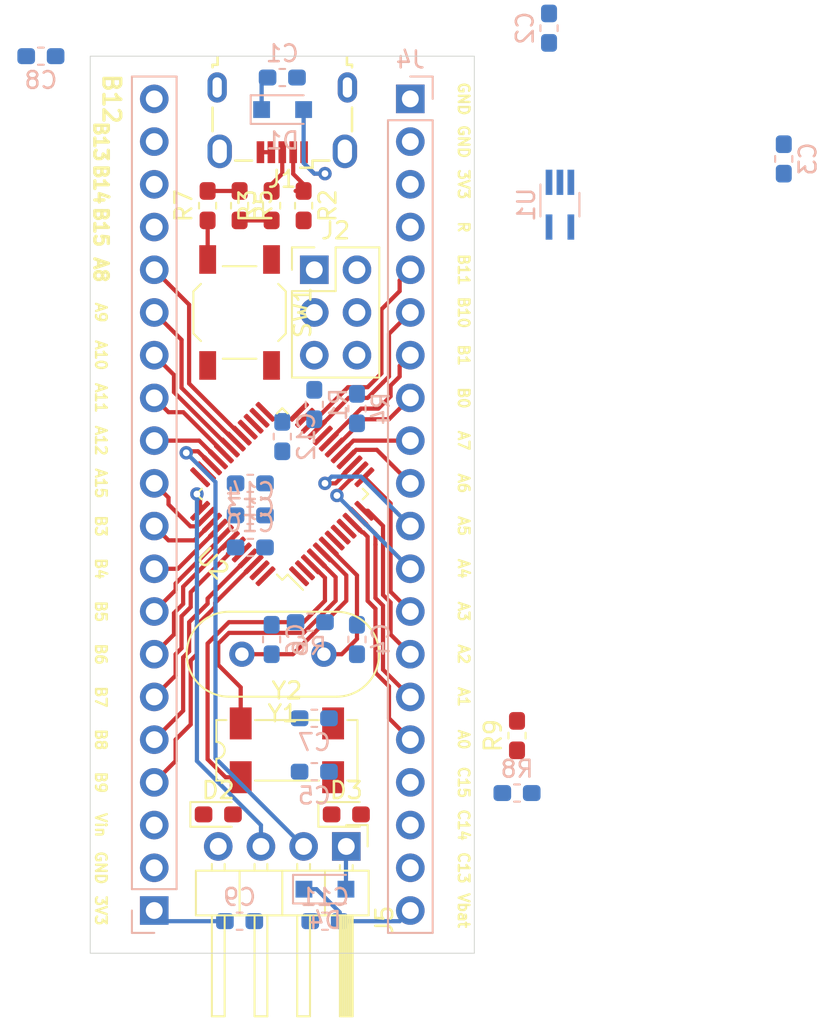
<source format=kicad_pcb>
(kicad_pcb (version 20171130) (host pcbnew "(5.1.5)-3")

  (general
    (thickness 1.6)
    (drawings 44)
    (tracks 216)
    (zones 0)
    (modules 37)
    (nets 54)
  )

  (page A4)
  (layers
    (0 F.Cu signal)
    (31 B.Cu signal)
    (32 B.Adhes user)
    (33 F.Adhes user)
    (34 B.Paste user)
    (35 F.Paste user)
    (36 B.SilkS user)
    (37 F.SilkS user)
    (38 B.Mask user)
    (39 F.Mask user)
    (40 Dwgs.User user)
    (41 Cmts.User user)
    (42 Eco1.User user)
    (43 Eco2.User user)
    (44 Edge.Cuts user)
    (45 Margin user)
    (46 B.CrtYd user)
    (47 F.CrtYd user)
    (48 B.Fab user)
    (49 F.Fab user)
  )

  (setup
    (last_trace_width 0.25)
    (trace_clearance 0.2)
    (zone_clearance 0.508)
    (zone_45_only no)
    (trace_min 0.2)
    (via_size 0.8)
    (via_drill 0.4)
    (via_min_size 0.4)
    (via_min_drill 0.3)
    (uvia_size 0.3)
    (uvia_drill 0.1)
    (uvias_allowed no)
    (uvia_min_size 0.2)
    (uvia_min_drill 0.1)
    (edge_width 0.05)
    (segment_width 0.2)
    (pcb_text_width 0.3)
    (pcb_text_size 1.5 1.5)
    (mod_edge_width 0.12)
    (mod_text_size 1 1)
    (mod_text_width 0.15)
    (pad_size 1.524 1.524)
    (pad_drill 0.762)
    (pad_to_mask_clearance 0.051)
    (solder_mask_min_width 0.25)
    (aux_axis_origin 0 0)
    (visible_elements 7FFFFFFF)
    (pcbplotparams
      (layerselection 0x010fc_ffffffff)
      (usegerberextensions false)
      (usegerberattributes false)
      (usegerberadvancedattributes false)
      (creategerberjobfile false)
      (excludeedgelayer true)
      (linewidth 0.100000)
      (plotframeref false)
      (viasonmask false)
      (mode 1)
      (useauxorigin false)
      (hpglpennumber 1)
      (hpglpenspeed 20)
      (hpglpendiameter 15.000000)
      (psnegative false)
      (psa4output false)
      (plotreference true)
      (plotvalue true)
      (plotinvisibletext false)
      (padsonsilk false)
      (subtractmaskfromsilk false)
      (outputformat 1)
      (mirror false)
      (drillshape 1)
      (scaleselection 1)
      (outputdirectory ""))
  )

  (net 0 "")
  (net 1 +5V)
  (net 2 GNDREF)
  (net 3 +3V3)
  (net 4 VBUS)
  (net 5 BOOT0)
  (net 6 OSCIN)
  (net 7 PC14)
  (net 8 OSCOUT)
  (net 9 PC15)
  (net 10 NRST)
  (net 11 VBAT_Protected)
  (net 12 "Net-(D2-Pad1)")
  (net 13 "Net-(D3-Pad1)")
  (net 14 D+)
  (net 15 D-)
  (net 16 PB12)
  (net 17 PB13)
  (net 18 PB14)
  (net 19 PB15)
  (net 20 PA8)
  (net 21 PA9)
  (net 22 PA10)
  (net 23 PA11)
  (net 24 PA12)
  (net 25 PA15)
  (net 26 PB3)
  (net 27 PB4)
  (net 28 PB5)
  (net 29 PB6)
  (net 30 PB7)
  (net 31 PB8)
  (net 32 PB9)
  (net 33 PC13)
  (net 34 PA0)
  (net 35 PA1)
  (net 36 PA2)
  (net 37 PA3)
  (net 38 PA4)
  (net 39 PA5)
  (net 40 PA6)
  (net 41 PA7)
  (net 42 PB0)
  (net 43 PB1)
  (net 44 PB10)
  (net 45 PB11)
  (net 46 SWCLK)
  (net 47 SWDIO)
  (net 48 BOOT1)
  (net 49 "Net-(Y2-Pad3)")
  (net 50 "Net-(Y2-Pad2)")
  (net 51 "Net-(C2-Pad2)")
  (net 52 "Net-(J2-Pad4)")
  (net 53 "Net-(J2-Pad3)")

  (net_class Default "This is the default net class."
    (clearance 0.2)
    (trace_width 0.25)
    (via_dia 0.8)
    (via_drill 0.4)
    (uvia_dia 0.3)
    (uvia_drill 0.1)
    (add_net +3V3)
    (add_net +5V)
    (add_net BOOT0)
    (add_net BOOT1)
    (add_net D+)
    (add_net D-)
    (add_net GNDREF)
    (add_net NRST)
    (add_net "Net-(C2-Pad2)")
    (add_net "Net-(D2-Pad1)")
    (add_net "Net-(D3-Pad1)")
    (add_net "Net-(J2-Pad3)")
    (add_net "Net-(J2-Pad4)")
    (add_net "Net-(Y2-Pad2)")
    (add_net "Net-(Y2-Pad3)")
    (add_net OSCIN)
    (add_net OSCOUT)
    (add_net PA0)
    (add_net PA1)
    (add_net PA10)
    (add_net PA11)
    (add_net PA12)
    (add_net PA15)
    (add_net PA2)
    (add_net PA3)
    (add_net PA4)
    (add_net PA5)
    (add_net PA6)
    (add_net PA7)
    (add_net PA8)
    (add_net PA9)
    (add_net PB0)
    (add_net PB1)
    (add_net PB10)
    (add_net PB11)
    (add_net PB12)
    (add_net PB13)
    (add_net PB14)
    (add_net PB15)
    (add_net PB3)
    (add_net PB4)
    (add_net PB5)
    (add_net PB6)
    (add_net PB7)
    (add_net PB8)
    (add_net PB9)
    (add_net PC13)
    (add_net PC14)
    (add_net PC15)
    (add_net SWCLK)
    (add_net SWDIO)
    (add_net VBAT_Protected)
    (add_net VBUS)
  )

  (module Crystal:Crystal_HC49-4H_Vertical (layer F.Cu) (tedit 5A1AD3B7) (tstamp 5E11BEFA)
    (at 191.7065 86.36 180)
    (descr "Crystal THT HC-49-4H http://5hertz.com/pdfs/04404_D.pdf")
    (tags "THT crystalHC-49-4H")
    (path /5DE0EDF5)
    (fp_text reference Y1 (at 2.44 -3.525) (layer F.SilkS)
      (effects (font (size 1 1) (thickness 0.15)))
    )
    (fp_text value 8MHz (at 2.44 3.525) (layer F.Fab)
      (effects (font (size 1 1) (thickness 0.15)))
    )
    (fp_arc (start 5.64 0) (end 5.64 -2.525) (angle 180) (layer F.SilkS) (width 0.12))
    (fp_arc (start -0.76 0) (end -0.76 -2.525) (angle -180) (layer F.SilkS) (width 0.12))
    (fp_arc (start 5.44 0) (end 5.44 -2) (angle 180) (layer F.Fab) (width 0.1))
    (fp_arc (start -0.56 0) (end -0.56 -2) (angle -180) (layer F.Fab) (width 0.1))
    (fp_arc (start 5.64 0) (end 5.64 -2.325) (angle 180) (layer F.Fab) (width 0.1))
    (fp_arc (start -0.76 0) (end -0.76 -2.325) (angle -180) (layer F.Fab) (width 0.1))
    (fp_line (start 8.5 -2.8) (end -3.6 -2.8) (layer F.CrtYd) (width 0.05))
    (fp_line (start 8.5 2.8) (end 8.5 -2.8) (layer F.CrtYd) (width 0.05))
    (fp_line (start -3.6 2.8) (end 8.5 2.8) (layer F.CrtYd) (width 0.05))
    (fp_line (start -3.6 -2.8) (end -3.6 2.8) (layer F.CrtYd) (width 0.05))
    (fp_line (start -0.76 2.525) (end 5.64 2.525) (layer F.SilkS) (width 0.12))
    (fp_line (start -0.76 -2.525) (end 5.64 -2.525) (layer F.SilkS) (width 0.12))
    (fp_line (start -0.56 2) (end 5.44 2) (layer F.Fab) (width 0.1))
    (fp_line (start -0.56 -2) (end 5.44 -2) (layer F.Fab) (width 0.1))
    (fp_line (start -0.76 2.325) (end 5.64 2.325) (layer F.Fab) (width 0.1))
    (fp_line (start -0.76 -2.325) (end 5.64 -2.325) (layer F.Fab) (width 0.1))
    (fp_text user %R (at 2.44 0) (layer F.Fab)
      (effects (font (size 1 1) (thickness 0.15)))
    )
    (pad 2 thru_hole circle (at 4.88 0 180) (size 1.5 1.5) (drill 0.8) (layers *.Cu *.Mask)
      (net 6 OSCIN))
    (pad 1 thru_hole circle (at 0 0 180) (size 1.5 1.5) (drill 0.8) (layers *.Cu *.Mask)
      (net 8 OSCOUT))
    (model ${KISYS3DMOD}/Crystal.3dshapes/Crystal_HC49-4H_Vertical.wrl
      (at (xyz 0 0 0))
      (scale (xyz 1 1 1))
      (rotate (xyz 0 0 0))
    )
  )

  (module Diode_SMD:D_SOD-323_HandSoldering (layer B.Cu) (tedit 58641869) (tstamp 5E0951EA)
    (at 191.77 100.33)
    (descr SOD-323)
    (tags SOD-323)
    (path /5E61DE4A)
    (attr smd)
    (fp_text reference D4 (at 0 1.85) (layer B.SilkS)
      (effects (font (size 1 1) (thickness 0.15)) (justify mirror))
    )
    (fp_text value BAT60J (at 0.1 -1.9) (layer B.Fab)
      (effects (font (size 1 1) (thickness 0.15)) (justify mirror))
    )
    (fp_line (start -1.9 0.85) (end 1.25 0.85) (layer B.SilkS) (width 0.12))
    (fp_line (start -1.9 -0.85) (end 1.25 -0.85) (layer B.SilkS) (width 0.12))
    (fp_line (start -2 0.95) (end -2 -0.95) (layer B.CrtYd) (width 0.05))
    (fp_line (start -2 -0.95) (end 2 -0.95) (layer B.CrtYd) (width 0.05))
    (fp_line (start 2 0.95) (end 2 -0.95) (layer B.CrtYd) (width 0.05))
    (fp_line (start -2 0.95) (end 2 0.95) (layer B.CrtYd) (width 0.05))
    (fp_line (start -0.9 0.7) (end 0.9 0.7) (layer B.Fab) (width 0.1))
    (fp_line (start 0.9 0.7) (end 0.9 -0.7) (layer B.Fab) (width 0.1))
    (fp_line (start 0.9 -0.7) (end -0.9 -0.7) (layer B.Fab) (width 0.1))
    (fp_line (start -0.9 -0.7) (end -0.9 0.7) (layer B.Fab) (width 0.1))
    (fp_line (start -0.3 0.35) (end -0.3 -0.35) (layer B.Fab) (width 0.1))
    (fp_line (start -0.3 0) (end -0.5 0) (layer B.Fab) (width 0.1))
    (fp_line (start -0.3 0) (end 0.2 0.35) (layer B.Fab) (width 0.1))
    (fp_line (start 0.2 0.35) (end 0.2 -0.35) (layer B.Fab) (width 0.1))
    (fp_line (start 0.2 -0.35) (end -0.3 0) (layer B.Fab) (width 0.1))
    (fp_line (start 0.2 0) (end 0.45 0) (layer B.Fab) (width 0.1))
    (fp_line (start -1.9 0.85) (end -1.9 -0.85) (layer B.SilkS) (width 0.12))
    (fp_text user %R (at 0 1.85) (layer B.Fab)
      (effects (font (size 1 1) (thickness 0.15)) (justify mirror))
    )
    (pad 2 smd rect (at 1.25 0) (size 1 1) (layers B.Cu B.Paste B.Mask)
      (net 3 +3V3))
    (pad 1 smd rect (at -1.25 0) (size 1 1) (layers B.Cu B.Paste B.Mask)
      (net 11 VBAT_Protected))
    (model ${KISYS3DMOD}/Diode_SMD.3dshapes/D_SOD-323.wrl
      (at (xyz 0 0 0))
      (scale (xyz 1 1 1))
      (rotate (xyz 0 0 0))
    )
  )

  (module Crystal:Crystal_SMD_SeikoEpson_MC306-4Pin_8.0x3.2mm (layer F.Cu) (tedit 5A0FD1B2) (tstamp 5E095DC8)
    (at 189.505 92.075)
    (descr "SMD Crystal Seiko Epson MC-306 https://support.epson.biz/td/api/doc_check.php?dl=brief_MC-306_en.pdf, 8.0x3.2mm^2 package")
    (tags "SMD SMT crystal")
    (path /5E0FCA9B)
    (attr smd)
    (fp_text reference Y2 (at 0 -3.55) (layer F.SilkS)
      (effects (font (size 1 1) (thickness 0.15)))
    )
    (fp_text value 32768Hz (at 0 3.55) (layer F.Fab)
      (effects (font (size 1 1) (thickness 0.15)))
    )
    (fp_arc (start -4.2 0) (end -4.2 -0.5) (angle 180) (layer F.SilkS) (width 0.12))
    (fp_arc (start -4 0) (end -4 -0.5) (angle 180) (layer F.Fab) (width 0.1))
    (fp_line (start 4.3 -2.8) (end -4.3 -2.8) (layer F.CrtYd) (width 0.05))
    (fp_line (start 4.3 2.8) (end 4.3 -2.8) (layer F.CrtYd) (width 0.05))
    (fp_line (start -4.3 2.8) (end 4.3 2.8) (layer F.CrtYd) (width 0.05))
    (fp_line (start -4.3 -2.8) (end -4.3 2.8) (layer F.CrtYd) (width 0.05))
    (fp_line (start 1.9 1.8) (end -1.9 1.8) (layer F.SilkS) (width 0.12))
    (fp_line (start -4.2 1.8) (end -3.6 1.8) (layer F.SilkS) (width 0.12))
    (fp_line (start -4.2 -1.8) (end -3.6 -1.8) (layer F.SilkS) (width 0.12))
    (fp_line (start -4.2 1.8) (end -4.2 0.5) (layer F.SilkS) (width 0.12))
    (fp_line (start -4.2 -0.5) (end -4.2 -1.8) (layer F.SilkS) (width 0.12))
    (fp_line (start -1.9 -1.8) (end 1.9 -1.8) (layer F.SilkS) (width 0.12))
    (fp_line (start 4.2 1.8) (end 3.6 1.8) (layer F.SilkS) (width 0.12))
    (fp_line (start 4.2 -1.8) (end 4.2 1.8) (layer F.SilkS) (width 0.12))
    (fp_line (start 3.6 -1.8) (end 4.2 -1.8) (layer F.SilkS) (width 0.12))
    (fp_line (start -4 1.6) (end -4 0.5) (layer F.Fab) (width 0.1))
    (fp_line (start 4 1.6) (end -4 1.6) (layer F.Fab) (width 0.1))
    (fp_line (start 4 -1.6) (end 4 1.6) (layer F.Fab) (width 0.1))
    (fp_line (start -4 -1.6) (end 4 -1.6) (layer F.Fab) (width 0.1))
    (fp_line (start -4 -0.5) (end -4 -1.6) (layer F.Fab) (width 0.1))
    (fp_text user %R (at 0 0) (layer F.Fab)
      (effects (font (size 1 1) (thickness 0.15)))
    )
    (pad 4 smd rect (at -2.75 -1.6) (size 1.3 1.9) (layers F.Cu F.Paste F.Mask)
      (net 9 PC15))
    (pad 3 smd rect (at 2.75 -1.6) (size 1.3 1.9) (layers F.Cu F.Paste F.Mask)
      (net 49 "Net-(Y2-Pad3)"))
    (pad 2 smd rect (at 2.75 1.6) (size 1.3 1.9) (layers F.Cu F.Paste F.Mask)
      (net 50 "Net-(Y2-Pad2)"))
    (pad 1 smd rect (at -2.75 1.6) (size 1.3 1.9) (layers F.Cu F.Paste F.Mask)
      (net 7 PC14))
    (model ${KISYS3DMOD}/Crystal.3dshapes/Crystal_SMD_SeikoEpson_MC306-4Pin_8.0x3.2mm.wrl
      (at (xyz 0 0 0))
      (scale (xyz 1 1 1))
      (rotate (xyz 0 0 0))
    )
  )

  (module Button_Switch_SMD:SW_SPST_TL3342 (layer F.Cu) (tedit 5A02FC95) (tstamp 5E114BBA)
    (at 186.69 66.04 270)
    (descr "Low-profile SMD Tactile Switch, https://www.e-switch.com/system/asset/product_line/data_sheet/165/TL3342.pdf")
    (tags "SPST Tactile Switch")
    (path /5DE262D4)
    (attr smd)
    (fp_text reference SW1 (at 0 -3.75 90) (layer F.SilkS)
      (effects (font (size 1 1) (thickness 0.15)))
    )
    (fp_text value Reset (at 0 3.75 90) (layer F.Fab)
      (effects (font (size 1 1) (thickness 0.15)))
    )
    (fp_circle (center 0 0) (end 1 0) (layer F.Fab) (width 0.1))
    (fp_line (start -4.25 3) (end -4.25 -3) (layer F.CrtYd) (width 0.05))
    (fp_line (start 4.25 3) (end -4.25 3) (layer F.CrtYd) (width 0.05))
    (fp_line (start 4.25 -3) (end 4.25 3) (layer F.CrtYd) (width 0.05))
    (fp_line (start -4.25 -3) (end 4.25 -3) (layer F.CrtYd) (width 0.05))
    (fp_line (start -1.2 -2.6) (end -2.6 -1.2) (layer F.Fab) (width 0.1))
    (fp_line (start 1.2 -2.6) (end -1.2 -2.6) (layer F.Fab) (width 0.1))
    (fp_line (start 2.6 -1.2) (end 1.2 -2.6) (layer F.Fab) (width 0.1))
    (fp_line (start 2.6 1.2) (end 2.6 -1.2) (layer F.Fab) (width 0.1))
    (fp_line (start 1.2 2.6) (end 2.6 1.2) (layer F.Fab) (width 0.1))
    (fp_line (start -1.2 2.6) (end 1.2 2.6) (layer F.Fab) (width 0.1))
    (fp_line (start -2.6 1.2) (end -1.2 2.6) (layer F.Fab) (width 0.1))
    (fp_line (start -2.6 -1.2) (end -2.6 1.2) (layer F.Fab) (width 0.1))
    (fp_line (start -1.25 -2.75) (end 1.25 -2.75) (layer F.SilkS) (width 0.12))
    (fp_line (start -2.75 -1) (end -2.75 1) (layer F.SilkS) (width 0.12))
    (fp_line (start -1.25 2.75) (end 1.25 2.75) (layer F.SilkS) (width 0.12))
    (fp_line (start 2.75 -1) (end 2.75 1) (layer F.SilkS) (width 0.12))
    (fp_line (start -2 1) (end -2 -1) (layer F.Fab) (width 0.1))
    (fp_line (start -1 2) (end -2 1) (layer F.Fab) (width 0.1))
    (fp_line (start 1 2) (end -1 2) (layer F.Fab) (width 0.1))
    (fp_line (start 2 1) (end 1 2) (layer F.Fab) (width 0.1))
    (fp_line (start 2 -1) (end 2 1) (layer F.Fab) (width 0.1))
    (fp_line (start 1 -2) (end 2 -1) (layer F.Fab) (width 0.1))
    (fp_line (start -1 -2) (end 1 -2) (layer F.Fab) (width 0.1))
    (fp_line (start -2 -1) (end -1 -2) (layer F.Fab) (width 0.1))
    (fp_line (start -1.7 -2.3) (end -1.25 -2.75) (layer F.SilkS) (width 0.12))
    (fp_line (start 1.7 -2.3) (end 1.25 -2.75) (layer F.SilkS) (width 0.12))
    (fp_line (start 1.7 2.3) (end 1.25 2.75) (layer F.SilkS) (width 0.12))
    (fp_line (start -1.7 2.3) (end -1.25 2.75) (layer F.SilkS) (width 0.12))
    (fp_line (start 3.2 1.6) (end 2.2 1.6) (layer F.Fab) (width 0.1))
    (fp_line (start 2.7 2.1) (end 2.7 1.6) (layer F.Fab) (width 0.1))
    (fp_line (start 1.7 2.1) (end 3.2 2.1) (layer F.Fab) (width 0.1))
    (fp_line (start -1.7 2.1) (end -3.2 2.1) (layer F.Fab) (width 0.1))
    (fp_line (start -3.2 1.6) (end -2.2 1.6) (layer F.Fab) (width 0.1))
    (fp_line (start -2.7 2.1) (end -2.7 1.6) (layer F.Fab) (width 0.1))
    (fp_line (start -3.2 -1.6) (end -2.2 -1.6) (layer F.Fab) (width 0.1))
    (fp_line (start -1.7 -2.1) (end -3.2 -2.1) (layer F.Fab) (width 0.1))
    (fp_line (start -2.7 -2.1) (end -2.7 -1.6) (layer F.Fab) (width 0.1))
    (fp_line (start 3.2 -1.6) (end 2.2 -1.6) (layer F.Fab) (width 0.1))
    (fp_line (start 1.7 -2.1) (end 3.2 -2.1) (layer F.Fab) (width 0.1))
    (fp_line (start 2.7 -2.1) (end 2.7 -1.6) (layer F.Fab) (width 0.1))
    (fp_line (start -3.2 -2.1) (end -3.2 -1.6) (layer F.Fab) (width 0.1))
    (fp_line (start -3.2 2.1) (end -3.2 1.6) (layer F.Fab) (width 0.1))
    (fp_line (start 3.2 -2.1) (end 3.2 -1.6) (layer F.Fab) (width 0.1))
    (fp_line (start 3.2 2.1) (end 3.2 1.6) (layer F.Fab) (width 0.1))
    (fp_text user %R (at 0 -3.75 90) (layer F.Fab)
      (effects (font (size 1 1) (thickness 0.15)))
    )
    (pad 2 smd rect (at 3.15 1.9 270) (size 1.7 1) (layers F.Cu F.Paste F.Mask)
      (net 10 NRST))
    (pad 2 smd rect (at -3.15 1.9 270) (size 1.7 1) (layers F.Cu F.Paste F.Mask)
      (net 10 NRST))
    (pad 1 smd rect (at 3.15 -1.9 270) (size 1.7 1) (layers F.Cu F.Paste F.Mask)
      (net 2 GNDREF))
    (pad 1 smd rect (at -3.15 -1.9 270) (size 1.7 1) (layers F.Cu F.Paste F.Mask)
      (net 2 GNDREF))
    (model ${KISYS3DMOD}/Button_Switch_SMD.3dshapes/SW_SPST_TL3342.wrl
      (at (xyz 0 0 0))
      (scale (xyz 1 1 1))
      (rotate (xyz 0 0 0))
    )
  )

  (module Connector_PinHeader_2.54mm:PinHeader_2x03_P2.54mm_Vertical (layer F.Cu) (tedit 59FED5CC) (tstamp 5E111610)
    (at 191.135 63.5)
    (descr "Through hole straight pin header, 2x03, 2.54mm pitch, double rows")
    (tags "Through hole pin header THT 2x03 2.54mm double row")
    (path /5E1A8396)
    (fp_text reference J2 (at 1.27 -2.33) (layer F.SilkS)
      (effects (font (size 1 1) (thickness 0.15)))
    )
    (fp_text value Boot (at 1.27 7.41) (layer F.Fab)
      (effects (font (size 1 1) (thickness 0.15)))
    )
    (fp_text user %R (at 1.27 2.54 90) (layer F.Fab)
      (effects (font (size 1 1) (thickness 0.15)))
    )
    (fp_line (start 4.35 -1.8) (end -1.8 -1.8) (layer F.CrtYd) (width 0.05))
    (fp_line (start 4.35 6.85) (end 4.35 -1.8) (layer F.CrtYd) (width 0.05))
    (fp_line (start -1.8 6.85) (end 4.35 6.85) (layer F.CrtYd) (width 0.05))
    (fp_line (start -1.8 -1.8) (end -1.8 6.85) (layer F.CrtYd) (width 0.05))
    (fp_line (start -1.33 -1.33) (end 0 -1.33) (layer F.SilkS) (width 0.12))
    (fp_line (start -1.33 0) (end -1.33 -1.33) (layer F.SilkS) (width 0.12))
    (fp_line (start 1.27 -1.33) (end 3.87 -1.33) (layer F.SilkS) (width 0.12))
    (fp_line (start 1.27 1.27) (end 1.27 -1.33) (layer F.SilkS) (width 0.12))
    (fp_line (start -1.33 1.27) (end 1.27 1.27) (layer F.SilkS) (width 0.12))
    (fp_line (start 3.87 -1.33) (end 3.87 6.41) (layer F.SilkS) (width 0.12))
    (fp_line (start -1.33 1.27) (end -1.33 6.41) (layer F.SilkS) (width 0.12))
    (fp_line (start -1.33 6.41) (end 3.87 6.41) (layer F.SilkS) (width 0.12))
    (fp_line (start -1.27 0) (end 0 -1.27) (layer F.Fab) (width 0.1))
    (fp_line (start -1.27 6.35) (end -1.27 0) (layer F.Fab) (width 0.1))
    (fp_line (start 3.81 6.35) (end -1.27 6.35) (layer F.Fab) (width 0.1))
    (fp_line (start 3.81 -1.27) (end 3.81 6.35) (layer F.Fab) (width 0.1))
    (fp_line (start 0 -1.27) (end 3.81 -1.27) (layer F.Fab) (width 0.1))
    (pad 6 thru_hole oval (at 2.54 5.08) (size 1.7 1.7) (drill 1) (layers *.Cu *.Mask)
      (net 2 GNDREF))
    (pad 5 thru_hole oval (at 0 5.08) (size 1.7 1.7) (drill 1) (layers *.Cu *.Mask)
      (net 2 GNDREF))
    (pad 4 thru_hole oval (at 2.54 2.54) (size 1.7 1.7) (drill 1) (layers *.Cu *.Mask)
      (net 52 "Net-(J2-Pad4)"))
    (pad 3 thru_hole oval (at 0 2.54) (size 1.7 1.7) (drill 1) (layers *.Cu *.Mask)
      (net 53 "Net-(J2-Pad3)"))
    (pad 2 thru_hole oval (at 2.54 0) (size 1.7 1.7) (drill 1) (layers *.Cu *.Mask)
      (net 3 +3V3))
    (pad 1 thru_hole rect (at 0 0) (size 1.7 1.7) (drill 1) (layers *.Cu *.Mask)
      (net 3 +3V3))
    (model ${KISYS3DMOD}/Connector_PinHeader_2.54mm.3dshapes/PinHeader_2x03_P2.54mm_Vertical.wrl
      (at (xyz 0 0 0))
      (scale (xyz 1 1 1))
      (rotate (xyz 0 0 0))
    )
  )

  (module Connector_USB:USB_Micro-B_Wuerth_629105150521 (layer F.Cu) (tedit 5A142044) (tstamp 5E120924)
    (at 189.23 54.61 180)
    (descr "USB Micro-B receptacle, http://www.mouser.com/ds/2/445/629105150521-469306.pdf")
    (tags "usb micro receptacle")
    (path /5E11829C)
    (attr smd)
    (fp_text reference J1 (at 0 -3.5) (layer F.SilkS)
      (effects (font (size 1 1) (thickness 0.15)))
    )
    (fp_text value USB_B_Micro (at 0 5.6) (layer F.Fab)
      (effects (font (size 1 1) (thickness 0.15)))
    )
    (fp_text user "PCB Edge" (at 0 3.75) (layer Dwgs.User)
      (effects (font (size 0.5 0.5) (thickness 0.08)))
    )
    (fp_text user %R (at 0 1.05) (layer F.Fab)
      (effects (font (size 1 1) (thickness 0.15)))
    )
    (fp_line (start 4.95 -3.34) (end -4.94 -3.34) (layer F.CrtYd) (width 0.05))
    (fp_line (start 4.95 4.85) (end 4.95 -3.34) (layer F.CrtYd) (width 0.05))
    (fp_line (start -4.94 4.85) (end 4.95 4.85) (layer F.CrtYd) (width 0.05))
    (fp_line (start -4.94 -3.34) (end -4.94 4.85) (layer F.CrtYd) (width 0.05))
    (fp_line (start 1.8 -2.4) (end 2.8 -2.4) (layer F.SilkS) (width 0.15))
    (fp_line (start -1.8 -2.4) (end -2.8 -2.4) (layer F.SilkS) (width 0.15))
    (fp_line (start -1.8 -2.825) (end -1.8 -2.4) (layer F.SilkS) (width 0.15))
    (fp_line (start -1.075 -2.825) (end -1.8 -2.825) (layer F.SilkS) (width 0.15))
    (fp_line (start 4.15 0.75) (end 4.15 -0.65) (layer F.SilkS) (width 0.15))
    (fp_line (start 4.15 3.3) (end 4.15 3.15) (layer F.SilkS) (width 0.15))
    (fp_line (start 3.85 3.3) (end 4.15 3.3) (layer F.SilkS) (width 0.15))
    (fp_line (start 3.85 3.75) (end 3.85 3.3) (layer F.SilkS) (width 0.15))
    (fp_line (start -3.85 3.3) (end -3.85 3.75) (layer F.SilkS) (width 0.15))
    (fp_line (start -4.15 3.3) (end -3.85 3.3) (layer F.SilkS) (width 0.15))
    (fp_line (start -4.15 3.15) (end -4.15 3.3) (layer F.SilkS) (width 0.15))
    (fp_line (start -4.15 -0.65) (end -4.15 0.75) (layer F.SilkS) (width 0.15))
    (fp_line (start -1.075 -2.95) (end -1.075 -2.725) (layer F.Fab) (width 0.15))
    (fp_line (start -1.525 -2.95) (end -1.075 -2.95) (layer F.Fab) (width 0.15))
    (fp_line (start -1.525 -2.725) (end -1.525 -2.95) (layer F.Fab) (width 0.15))
    (fp_line (start -1.3 -2.55) (end -1.525 -2.725) (layer F.Fab) (width 0.15))
    (fp_line (start -1.075 -2.725) (end -1.3 -2.55) (layer F.Fab) (width 0.15))
    (fp_line (start -2.7 3.75) (end 2.7 3.75) (layer F.Fab) (width 0.15))
    (fp_line (start 4 -2.25) (end -4 -2.25) (layer F.Fab) (width 0.15))
    (fp_line (start 4 3.15) (end 4 -2.25) (layer F.Fab) (width 0.15))
    (fp_line (start 3.7 3.15) (end 4 3.15) (layer F.Fab) (width 0.15))
    (fp_line (start 3.7 4.35) (end 3.7 3.15) (layer F.Fab) (width 0.15))
    (fp_line (start -3.7 4.35) (end 3.7 4.35) (layer F.Fab) (width 0.15))
    (fp_line (start -3.7 3.15) (end -3.7 4.35) (layer F.Fab) (width 0.15))
    (fp_line (start -4 3.15) (end -3.7 3.15) (layer F.Fab) (width 0.15))
    (fp_line (start -4 -2.25) (end -4 3.15) (layer F.Fab) (width 0.15))
    (pad "" np_thru_hole oval (at 2.5 -0.8 180) (size 0.8 0.8) (drill 0.8) (layers *.Cu *.Mask))
    (pad "" np_thru_hole oval (at -2.5 -0.8 180) (size 0.8 0.8) (drill 0.8) (layers *.Cu *.Mask))
    (pad 6 thru_hole oval (at 3.875 1.95 180) (size 1.15 1.8) (drill oval 0.55 1.2) (layers *.Cu *.Mask)
      (net 2 GNDREF))
    (pad 6 thru_hole oval (at -3.875 1.95 180) (size 1.15 1.8) (drill oval 0.55 1.2) (layers *.Cu *.Mask)
      (net 2 GNDREF))
    (pad 6 thru_hole oval (at 3.725 -1.85 180) (size 1.45 2) (drill oval 0.85 1.4) (layers *.Cu *.Mask)
      (net 2 GNDREF))
    (pad 6 thru_hole oval (at -3.725 -1.85 180) (size 1.45 2) (drill oval 0.85 1.4) (layers *.Cu *.Mask)
      (net 2 GNDREF))
    (pad 5 smd rect (at 1.3 -1.9 180) (size 0.45 1.3) (layers F.Cu F.Paste F.Mask)
      (net 2 GNDREF))
    (pad 4 smd rect (at 0.65 -1.9 180) (size 0.45 1.3) (layers F.Cu F.Paste F.Mask)
      (net 2 GNDREF))
    (pad 3 smd rect (at 0 -1.9 180) (size 0.45 1.3) (layers F.Cu F.Paste F.Mask)
      (net 14 D+))
    (pad 2 smd rect (at -0.65 -1.9 180) (size 0.45 1.3) (layers F.Cu F.Paste F.Mask)
      (net 15 D-))
    (pad 1 smd rect (at -1.3 -1.9 180) (size 0.45 1.3) (layers F.Cu F.Paste F.Mask)
      (net 4 VBUS))
    (model ${KISYS3DMOD}/Connector_USB.3dshapes/USB_Micro-B_Wuerth_629105150521.wrl
      (at (xyz 0 0 0))
      (scale (xyz 1 1 1))
      (rotate (xyz 0 0 0))
    )
  )

  (module Connector_PinHeader_2.54mm:PinHeader_1x04_P2.54mm_Horizontal (layer F.Cu) (tedit 59FED5CB) (tstamp 5E10F1E6)
    (at 193.04 97.79 270)
    (descr "Through hole angled pin header, 1x04, 2.54mm pitch, 6mm pin length, single row")
    (tags "Through hole angled pin header THT 1x04 2.54mm single row")
    (path /5DE0F7EB)
    (fp_text reference J5 (at 4.385 -2.27 90) (layer F.SilkS)
      (effects (font (size 1 1) (thickness 0.15)))
    )
    (fp_text value SWD (at 4.385 9.89 90) (layer F.Fab)
      (effects (font (size 1 1) (thickness 0.15)))
    )
    (fp_text user %R (at 2.77 3.81) (layer F.Fab)
      (effects (font (size 1 1) (thickness 0.15)))
    )
    (fp_line (start 10.55 -1.8) (end -1.8 -1.8) (layer F.CrtYd) (width 0.05))
    (fp_line (start 10.55 9.4) (end 10.55 -1.8) (layer F.CrtYd) (width 0.05))
    (fp_line (start -1.8 9.4) (end 10.55 9.4) (layer F.CrtYd) (width 0.05))
    (fp_line (start -1.8 -1.8) (end -1.8 9.4) (layer F.CrtYd) (width 0.05))
    (fp_line (start -1.27 -1.27) (end 0 -1.27) (layer F.SilkS) (width 0.12))
    (fp_line (start -1.27 0) (end -1.27 -1.27) (layer F.SilkS) (width 0.12))
    (fp_line (start 1.042929 8) (end 1.44 8) (layer F.SilkS) (width 0.12))
    (fp_line (start 1.042929 7.24) (end 1.44 7.24) (layer F.SilkS) (width 0.12))
    (fp_line (start 10.1 8) (end 4.1 8) (layer F.SilkS) (width 0.12))
    (fp_line (start 10.1 7.24) (end 10.1 8) (layer F.SilkS) (width 0.12))
    (fp_line (start 4.1 7.24) (end 10.1 7.24) (layer F.SilkS) (width 0.12))
    (fp_line (start 1.44 6.35) (end 4.1 6.35) (layer F.SilkS) (width 0.12))
    (fp_line (start 1.042929 5.46) (end 1.44 5.46) (layer F.SilkS) (width 0.12))
    (fp_line (start 1.042929 4.7) (end 1.44 4.7) (layer F.SilkS) (width 0.12))
    (fp_line (start 10.1 5.46) (end 4.1 5.46) (layer F.SilkS) (width 0.12))
    (fp_line (start 10.1 4.7) (end 10.1 5.46) (layer F.SilkS) (width 0.12))
    (fp_line (start 4.1 4.7) (end 10.1 4.7) (layer F.SilkS) (width 0.12))
    (fp_line (start 1.44 3.81) (end 4.1 3.81) (layer F.SilkS) (width 0.12))
    (fp_line (start 1.042929 2.92) (end 1.44 2.92) (layer F.SilkS) (width 0.12))
    (fp_line (start 1.042929 2.16) (end 1.44 2.16) (layer F.SilkS) (width 0.12))
    (fp_line (start 10.1 2.92) (end 4.1 2.92) (layer F.SilkS) (width 0.12))
    (fp_line (start 10.1 2.16) (end 10.1 2.92) (layer F.SilkS) (width 0.12))
    (fp_line (start 4.1 2.16) (end 10.1 2.16) (layer F.SilkS) (width 0.12))
    (fp_line (start 1.44 1.27) (end 4.1 1.27) (layer F.SilkS) (width 0.12))
    (fp_line (start 1.11 0.38) (end 1.44 0.38) (layer F.SilkS) (width 0.12))
    (fp_line (start 1.11 -0.38) (end 1.44 -0.38) (layer F.SilkS) (width 0.12))
    (fp_line (start 4.1 0.28) (end 10.1 0.28) (layer F.SilkS) (width 0.12))
    (fp_line (start 4.1 0.16) (end 10.1 0.16) (layer F.SilkS) (width 0.12))
    (fp_line (start 4.1 0.04) (end 10.1 0.04) (layer F.SilkS) (width 0.12))
    (fp_line (start 4.1 -0.08) (end 10.1 -0.08) (layer F.SilkS) (width 0.12))
    (fp_line (start 4.1 -0.2) (end 10.1 -0.2) (layer F.SilkS) (width 0.12))
    (fp_line (start 4.1 -0.32) (end 10.1 -0.32) (layer F.SilkS) (width 0.12))
    (fp_line (start 10.1 0.38) (end 4.1 0.38) (layer F.SilkS) (width 0.12))
    (fp_line (start 10.1 -0.38) (end 10.1 0.38) (layer F.SilkS) (width 0.12))
    (fp_line (start 4.1 -0.38) (end 10.1 -0.38) (layer F.SilkS) (width 0.12))
    (fp_line (start 4.1 -1.33) (end 1.44 -1.33) (layer F.SilkS) (width 0.12))
    (fp_line (start 4.1 8.95) (end 4.1 -1.33) (layer F.SilkS) (width 0.12))
    (fp_line (start 1.44 8.95) (end 4.1 8.95) (layer F.SilkS) (width 0.12))
    (fp_line (start 1.44 -1.33) (end 1.44 8.95) (layer F.SilkS) (width 0.12))
    (fp_line (start 4.04 7.94) (end 10.04 7.94) (layer F.Fab) (width 0.1))
    (fp_line (start 10.04 7.3) (end 10.04 7.94) (layer F.Fab) (width 0.1))
    (fp_line (start 4.04 7.3) (end 10.04 7.3) (layer F.Fab) (width 0.1))
    (fp_line (start -0.32 7.94) (end 1.5 7.94) (layer F.Fab) (width 0.1))
    (fp_line (start -0.32 7.3) (end -0.32 7.94) (layer F.Fab) (width 0.1))
    (fp_line (start -0.32 7.3) (end 1.5 7.3) (layer F.Fab) (width 0.1))
    (fp_line (start 4.04 5.4) (end 10.04 5.4) (layer F.Fab) (width 0.1))
    (fp_line (start 10.04 4.76) (end 10.04 5.4) (layer F.Fab) (width 0.1))
    (fp_line (start 4.04 4.76) (end 10.04 4.76) (layer F.Fab) (width 0.1))
    (fp_line (start -0.32 5.4) (end 1.5 5.4) (layer F.Fab) (width 0.1))
    (fp_line (start -0.32 4.76) (end -0.32 5.4) (layer F.Fab) (width 0.1))
    (fp_line (start -0.32 4.76) (end 1.5 4.76) (layer F.Fab) (width 0.1))
    (fp_line (start 4.04 2.86) (end 10.04 2.86) (layer F.Fab) (width 0.1))
    (fp_line (start 10.04 2.22) (end 10.04 2.86) (layer F.Fab) (width 0.1))
    (fp_line (start 4.04 2.22) (end 10.04 2.22) (layer F.Fab) (width 0.1))
    (fp_line (start -0.32 2.86) (end 1.5 2.86) (layer F.Fab) (width 0.1))
    (fp_line (start -0.32 2.22) (end -0.32 2.86) (layer F.Fab) (width 0.1))
    (fp_line (start -0.32 2.22) (end 1.5 2.22) (layer F.Fab) (width 0.1))
    (fp_line (start 4.04 0.32) (end 10.04 0.32) (layer F.Fab) (width 0.1))
    (fp_line (start 10.04 -0.32) (end 10.04 0.32) (layer F.Fab) (width 0.1))
    (fp_line (start 4.04 -0.32) (end 10.04 -0.32) (layer F.Fab) (width 0.1))
    (fp_line (start -0.32 0.32) (end 1.5 0.32) (layer F.Fab) (width 0.1))
    (fp_line (start -0.32 -0.32) (end -0.32 0.32) (layer F.Fab) (width 0.1))
    (fp_line (start -0.32 -0.32) (end 1.5 -0.32) (layer F.Fab) (width 0.1))
    (fp_line (start 1.5 -0.635) (end 2.135 -1.27) (layer F.Fab) (width 0.1))
    (fp_line (start 1.5 8.89) (end 1.5 -0.635) (layer F.Fab) (width 0.1))
    (fp_line (start 4.04 8.89) (end 1.5 8.89) (layer F.Fab) (width 0.1))
    (fp_line (start 4.04 -1.27) (end 4.04 8.89) (layer F.Fab) (width 0.1))
    (fp_line (start 2.135 -1.27) (end 4.04 -1.27) (layer F.Fab) (width 0.1))
    (pad 4 thru_hole oval (at 0 7.62 270) (size 1.7 1.7) (drill 1) (layers *.Cu *.Mask)
      (net 2 GNDREF))
    (pad 3 thru_hole oval (at 0 5.08 270) (size 1.7 1.7) (drill 1) (layers *.Cu *.Mask)
      (net 46 SWCLK))
    (pad 2 thru_hole oval (at 0 2.54 270) (size 1.7 1.7) (drill 1) (layers *.Cu *.Mask)
      (net 47 SWDIO))
    (pad 1 thru_hole rect (at 0 0 270) (size 1.7 1.7) (drill 1) (layers *.Cu *.Mask)
      (net 3 +3V3))
    (model ${KISYS3DMOD}/Connector_PinHeader_2.54mm.3dshapes/PinHeader_1x04_P2.54mm_Horizontal.wrl
      (at (xyz 0 0 0))
      (scale (xyz 1 1 1))
      (rotate (xyz 0 0 0))
    )
  )

  (module Connector_PinHeader_2.54mm:PinHeader_1x20_P2.54mm_Vertical (layer B.Cu) (tedit 59FED5CC) (tstamp 5E09B03B)
    (at 196.85 53.34 180)
    (descr "Through hole straight pin header, 1x20, 2.54mm pitch, single row")
    (tags "Through hole pin header THT 1x20 2.54mm single row")
    (path /5DEFA97C)
    (fp_text reference J4 (at 0 2.33) (layer B.SilkS)
      (effects (font (size 1 1) (thickness 0.15)) (justify mirror))
    )
    (fp_text value "Right Row" (at 0 -50.59) (layer B.Fab)
      (effects (font (size 1 1) (thickness 0.15)) (justify mirror))
    )
    (fp_text user %R (at 0 -24.13 270) (layer B.Fab)
      (effects (font (size 1 1) (thickness 0.15)) (justify mirror))
    )
    (fp_line (start 1.8 1.8) (end -1.8 1.8) (layer B.CrtYd) (width 0.05))
    (fp_line (start 1.8 -50.05) (end 1.8 1.8) (layer B.CrtYd) (width 0.05))
    (fp_line (start -1.8 -50.05) (end 1.8 -50.05) (layer B.CrtYd) (width 0.05))
    (fp_line (start -1.8 1.8) (end -1.8 -50.05) (layer B.CrtYd) (width 0.05))
    (fp_line (start -1.33 1.33) (end 0 1.33) (layer B.SilkS) (width 0.12))
    (fp_line (start -1.33 0) (end -1.33 1.33) (layer B.SilkS) (width 0.12))
    (fp_line (start -1.33 -1.27) (end 1.33 -1.27) (layer B.SilkS) (width 0.12))
    (fp_line (start 1.33 -1.27) (end 1.33 -49.59) (layer B.SilkS) (width 0.12))
    (fp_line (start -1.33 -1.27) (end -1.33 -49.59) (layer B.SilkS) (width 0.12))
    (fp_line (start -1.33 -49.59) (end 1.33 -49.59) (layer B.SilkS) (width 0.12))
    (fp_line (start -1.27 0.635) (end -0.635 1.27) (layer B.Fab) (width 0.1))
    (fp_line (start -1.27 -49.53) (end -1.27 0.635) (layer B.Fab) (width 0.1))
    (fp_line (start 1.27 -49.53) (end -1.27 -49.53) (layer B.Fab) (width 0.1))
    (fp_line (start 1.27 1.27) (end 1.27 -49.53) (layer B.Fab) (width 0.1))
    (fp_line (start -0.635 1.27) (end 1.27 1.27) (layer B.Fab) (width 0.1))
    (pad 20 thru_hole oval (at 0 -48.26 180) (size 1.7 1.7) (drill 1) (layers *.Cu *.Mask)
      (net 11 VBAT_Protected))
    (pad 19 thru_hole oval (at 0 -45.72 180) (size 1.7 1.7) (drill 1) (layers *.Cu *.Mask)
      (net 33 PC13))
    (pad 18 thru_hole oval (at 0 -43.18 180) (size 1.7 1.7) (drill 1) (layers *.Cu *.Mask)
      (net 7 PC14))
    (pad 17 thru_hole oval (at 0 -40.64 180) (size 1.7 1.7) (drill 1) (layers *.Cu *.Mask)
      (net 9 PC15))
    (pad 16 thru_hole oval (at 0 -38.1 180) (size 1.7 1.7) (drill 1) (layers *.Cu *.Mask)
      (net 34 PA0))
    (pad 15 thru_hole oval (at 0 -35.56 180) (size 1.7 1.7) (drill 1) (layers *.Cu *.Mask)
      (net 35 PA1))
    (pad 14 thru_hole oval (at 0 -33.02 180) (size 1.7 1.7) (drill 1) (layers *.Cu *.Mask)
      (net 36 PA2))
    (pad 13 thru_hole oval (at 0 -30.48 180) (size 1.7 1.7) (drill 1) (layers *.Cu *.Mask)
      (net 37 PA3))
    (pad 12 thru_hole oval (at 0 -27.94 180) (size 1.7 1.7) (drill 1) (layers *.Cu *.Mask)
      (net 38 PA4))
    (pad 11 thru_hole oval (at 0 -25.4 180) (size 1.7 1.7) (drill 1) (layers *.Cu *.Mask)
      (net 39 PA5))
    (pad 10 thru_hole oval (at 0 -22.86 180) (size 1.7 1.7) (drill 1) (layers *.Cu *.Mask)
      (net 40 PA6))
    (pad 9 thru_hole oval (at 0 -20.32 180) (size 1.7 1.7) (drill 1) (layers *.Cu *.Mask)
      (net 41 PA7))
    (pad 8 thru_hole oval (at 0 -17.78 180) (size 1.7 1.7) (drill 1) (layers *.Cu *.Mask)
      (net 42 PB0))
    (pad 7 thru_hole oval (at 0 -15.24 180) (size 1.7 1.7) (drill 1) (layers *.Cu *.Mask)
      (net 43 PB1))
    (pad 6 thru_hole oval (at 0 -12.7 180) (size 1.7 1.7) (drill 1) (layers *.Cu *.Mask)
      (net 44 PB10))
    (pad 5 thru_hole oval (at 0 -10.16 180) (size 1.7 1.7) (drill 1) (layers *.Cu *.Mask)
      (net 45 PB11))
    (pad 4 thru_hole oval (at 0 -7.62 180) (size 1.7 1.7) (drill 1) (layers *.Cu *.Mask)
      (net 10 NRST))
    (pad 3 thru_hole oval (at 0 -5.08 180) (size 1.7 1.7) (drill 1) (layers *.Cu *.Mask)
      (net 3 +3V3))
    (pad 2 thru_hole oval (at 0 -2.54 180) (size 1.7 1.7) (drill 1) (layers *.Cu *.Mask)
      (net 2 GNDREF))
    (pad 1 thru_hole rect (at 0 0 180) (size 1.7 1.7) (drill 1) (layers *.Cu *.Mask)
      (net 2 GNDREF))
    (model ${KISYS3DMOD}/Connector_PinHeader_2.54mm.3dshapes/PinHeader_1x20_P2.54mm_Vertical.wrl
      (at (xyz 0 0 0))
      (scale (xyz 1 1 1))
      (rotate (xyz 0 0 0))
    )
  )

  (module Diode_SMD:D_SOD-323_HandSoldering (layer B.Cu) (tedit 58641869) (tstamp 5E08A7C9)
    (at 189.25 53.975)
    (descr SOD-323)
    (tags SOD-323)
    (path /5E12857D)
    (attr smd)
    (fp_text reference D1 (at 0 1.85) (layer B.SilkS)
      (effects (font (size 1 1) (thickness 0.15)) (justify mirror))
    )
    (fp_text value Protection (at 0.1 -1.9) (layer B.Fab)
      (effects (font (size 1 1) (thickness 0.15)) (justify mirror))
    )
    (fp_line (start -1.9 0.85) (end 1.25 0.85) (layer B.SilkS) (width 0.12))
    (fp_line (start -1.9 -0.85) (end 1.25 -0.85) (layer B.SilkS) (width 0.12))
    (fp_line (start -2 0.95) (end -2 -0.95) (layer B.CrtYd) (width 0.05))
    (fp_line (start -2 -0.95) (end 2 -0.95) (layer B.CrtYd) (width 0.05))
    (fp_line (start 2 0.95) (end 2 -0.95) (layer B.CrtYd) (width 0.05))
    (fp_line (start -2 0.95) (end 2 0.95) (layer B.CrtYd) (width 0.05))
    (fp_line (start -0.9 0.7) (end 0.9 0.7) (layer B.Fab) (width 0.1))
    (fp_line (start 0.9 0.7) (end 0.9 -0.7) (layer B.Fab) (width 0.1))
    (fp_line (start 0.9 -0.7) (end -0.9 -0.7) (layer B.Fab) (width 0.1))
    (fp_line (start -0.9 -0.7) (end -0.9 0.7) (layer B.Fab) (width 0.1))
    (fp_line (start -0.3 0.35) (end -0.3 -0.35) (layer B.Fab) (width 0.1))
    (fp_line (start -0.3 0) (end -0.5 0) (layer B.Fab) (width 0.1))
    (fp_line (start -0.3 0) (end 0.2 0.35) (layer B.Fab) (width 0.1))
    (fp_line (start 0.2 0.35) (end 0.2 -0.35) (layer B.Fab) (width 0.1))
    (fp_line (start 0.2 -0.35) (end -0.3 0) (layer B.Fab) (width 0.1))
    (fp_line (start 0.2 0) (end 0.45 0) (layer B.Fab) (width 0.1))
    (fp_line (start -1.9 0.85) (end -1.9 -0.85) (layer B.SilkS) (width 0.12))
    (fp_text user %R (at 0 1.85) (layer B.Fab)
      (effects (font (size 1 1) (thickness 0.15)) (justify mirror))
    )
    (pad 2 smd rect (at 1.25 0) (size 1 1) (layers B.Cu B.Paste B.Mask)
      (net 4 VBUS))
    (pad 1 smd rect (at -1.25 0) (size 1 1) (layers B.Cu B.Paste B.Mask)
      (net 1 +5V))
    (model ${KISYS3DMOD}/Diode_SMD.3dshapes/D_SOD-323.wrl
      (at (xyz 0 0 0))
      (scale (xyz 1 1 1))
      (rotate (xyz 0 0 0))
    )
  )

  (module Capacitor_SMD:C_0603_1608Metric_Pad1.05x0.95mm_HandSolder (layer B.Cu) (tedit 5B301BBE) (tstamp 5E10EF8E)
    (at 189.23 52.07 180)
    (descr "Capacitor SMD 0603 (1608 Metric), square (rectangular) end terminal, IPC_7351 nominal with elongated pad for handsoldering. (Body size source: http://www.tortai-tech.com/upload/download/2011102023233369053.pdf), generated with kicad-footprint-generator")
    (tags "capacitor handsolder")
    (path /5E119CEC)
    (attr smd)
    (fp_text reference C1 (at 0 1.43 180) (layer B.SilkS)
      (effects (font (size 1 1) (thickness 0.15)) (justify mirror))
    )
    (fp_text value 1u (at 0 -1.43 180) (layer B.Fab)
      (effects (font (size 1 1) (thickness 0.15)) (justify mirror))
    )
    (fp_text user %R (at 0 0 180) (layer B.Fab)
      (effects (font (size 0.4 0.4) (thickness 0.06)) (justify mirror))
    )
    (fp_line (start 1.65 -0.73) (end -1.65 -0.73) (layer B.CrtYd) (width 0.05))
    (fp_line (start 1.65 0.73) (end 1.65 -0.73) (layer B.CrtYd) (width 0.05))
    (fp_line (start -1.65 0.73) (end 1.65 0.73) (layer B.CrtYd) (width 0.05))
    (fp_line (start -1.65 -0.73) (end -1.65 0.73) (layer B.CrtYd) (width 0.05))
    (fp_line (start -0.171267 -0.51) (end 0.171267 -0.51) (layer B.SilkS) (width 0.12))
    (fp_line (start -0.171267 0.51) (end 0.171267 0.51) (layer B.SilkS) (width 0.12))
    (fp_line (start 0.8 -0.4) (end -0.8 -0.4) (layer B.Fab) (width 0.1))
    (fp_line (start 0.8 0.4) (end 0.8 -0.4) (layer B.Fab) (width 0.1))
    (fp_line (start -0.8 0.4) (end 0.8 0.4) (layer B.Fab) (width 0.1))
    (fp_line (start -0.8 -0.4) (end -0.8 0.4) (layer B.Fab) (width 0.1))
    (pad 2 smd roundrect (at 0.875 0 180) (size 1.05 0.95) (layers B.Cu B.Paste B.Mask) (roundrect_rratio 0.25)
      (net 1 +5V))
    (pad 1 smd roundrect (at -0.875 0 180) (size 1.05 0.95) (layers B.Cu B.Paste B.Mask) (roundrect_rratio 0.25)
      (net 2 GNDREF))
    (model ${KISYS3DMOD}/Capacitor_SMD.3dshapes/C_0603_1608Metric.wrl
      (at (xyz 0 0 0))
      (scale (xyz 1 1 1))
      (rotate (xyz 0 0 0))
    )
  )

  (module Package_QFP:LQFP-48_7x7mm_P0.5mm (layer F.Cu) (tedit 5D9F72AF) (tstamp 5E082D66)
    (at 189.23 76.835 135)
    (descr "LQFP, 48 Pin (https://www.analog.com/media/en/technical-documentation/data-sheets/ltc2358-16.pdf), generated with kicad-footprint-generator ipc_gullwing_generator.py")
    (tags "LQFP QFP")
    (path /5DE072EF)
    (attr smd)
    (fp_text reference U2 (at 0 -5.85 315) (layer F.SilkS)
      (effects (font (size 1 1) (thickness 0.15)))
    )
    (fp_text value STM32F103C8Tx (at 0 5.85 315) (layer F.Fab)
      (effects (font (size 1 1) (thickness 0.15)))
    )
    (fp_text user %R (at 0 0 315) (layer F.Fab)
      (effects (font (size 1 1) (thickness 0.15)))
    )
    (fp_line (start 5.15 3.15) (end 5.15 0) (layer F.CrtYd) (width 0.05))
    (fp_line (start 3.75 3.15) (end 5.15 3.15) (layer F.CrtYd) (width 0.05))
    (fp_line (start 3.75 3.75) (end 3.75 3.15) (layer F.CrtYd) (width 0.05))
    (fp_line (start 3.15 3.75) (end 3.75 3.75) (layer F.CrtYd) (width 0.05))
    (fp_line (start 3.15 5.15) (end 3.15 3.75) (layer F.CrtYd) (width 0.05))
    (fp_line (start 0 5.15) (end 3.15 5.15) (layer F.CrtYd) (width 0.05))
    (fp_line (start -5.15 3.15) (end -5.15 0) (layer F.CrtYd) (width 0.05))
    (fp_line (start -3.75 3.15) (end -5.15 3.15) (layer F.CrtYd) (width 0.05))
    (fp_line (start -3.75 3.75) (end -3.75 3.15) (layer F.CrtYd) (width 0.05))
    (fp_line (start -3.15 3.75) (end -3.75 3.75) (layer F.CrtYd) (width 0.05))
    (fp_line (start -3.15 5.15) (end -3.15 3.75) (layer F.CrtYd) (width 0.05))
    (fp_line (start 0 5.15) (end -3.15 5.15) (layer F.CrtYd) (width 0.05))
    (fp_line (start 5.15 -3.15) (end 5.15 0) (layer F.CrtYd) (width 0.05))
    (fp_line (start 3.75 -3.15) (end 5.15 -3.15) (layer F.CrtYd) (width 0.05))
    (fp_line (start 3.75 -3.75) (end 3.75 -3.15) (layer F.CrtYd) (width 0.05))
    (fp_line (start 3.15 -3.75) (end 3.75 -3.75) (layer F.CrtYd) (width 0.05))
    (fp_line (start 3.15 -5.15) (end 3.15 -3.75) (layer F.CrtYd) (width 0.05))
    (fp_line (start 0 -5.15) (end 3.15 -5.15) (layer F.CrtYd) (width 0.05))
    (fp_line (start -5.15 -3.15) (end -5.15 0) (layer F.CrtYd) (width 0.05))
    (fp_line (start -3.75 -3.15) (end -5.15 -3.15) (layer F.CrtYd) (width 0.05))
    (fp_line (start -3.75 -3.75) (end -3.75 -3.15) (layer F.CrtYd) (width 0.05))
    (fp_line (start -3.15 -3.75) (end -3.75 -3.75) (layer F.CrtYd) (width 0.05))
    (fp_line (start -3.15 -5.15) (end -3.15 -3.75) (layer F.CrtYd) (width 0.05))
    (fp_line (start 0 -5.15) (end -3.15 -5.15) (layer F.CrtYd) (width 0.05))
    (fp_line (start -3.5 -2.5) (end -2.5 -3.5) (layer F.Fab) (width 0.1))
    (fp_line (start -3.5 3.5) (end -3.5 -2.5) (layer F.Fab) (width 0.1))
    (fp_line (start 3.5 3.5) (end -3.5 3.5) (layer F.Fab) (width 0.1))
    (fp_line (start 3.5 -3.5) (end 3.5 3.5) (layer F.Fab) (width 0.1))
    (fp_line (start -2.5 -3.5) (end 3.5 -3.5) (layer F.Fab) (width 0.1))
    (fp_line (start -3.61 -3.16) (end -4.9 -3.16) (layer F.SilkS) (width 0.12))
    (fp_line (start -3.61 -3.61) (end -3.61 -3.16) (layer F.SilkS) (width 0.12))
    (fp_line (start -3.16 -3.61) (end -3.61 -3.61) (layer F.SilkS) (width 0.12))
    (fp_line (start 3.61 -3.61) (end 3.61 -3.16) (layer F.SilkS) (width 0.12))
    (fp_line (start 3.16 -3.61) (end 3.61 -3.61) (layer F.SilkS) (width 0.12))
    (fp_line (start -3.61 3.61) (end -3.61 3.16) (layer F.SilkS) (width 0.12))
    (fp_line (start -3.16 3.61) (end -3.61 3.61) (layer F.SilkS) (width 0.12))
    (fp_line (start 3.61 3.61) (end 3.61 3.16) (layer F.SilkS) (width 0.12))
    (fp_line (start 3.16 3.61) (end 3.61 3.61) (layer F.SilkS) (width 0.12))
    (pad 48 smd roundrect (at -2.75 -4.1625 135) (size 0.3 1.475) (layers F.Cu F.Paste F.Mask) (roundrect_rratio 0.25)
      (net 3 +3V3))
    (pad 47 smd roundrect (at -2.25 -4.1625 135) (size 0.3 1.475) (layers F.Cu F.Paste F.Mask) (roundrect_rratio 0.25)
      (net 2 GNDREF))
    (pad 46 smd roundrect (at -1.75 -4.1625 135) (size 0.3 1.475) (layers F.Cu F.Paste F.Mask) (roundrect_rratio 0.25)
      (net 32 PB9))
    (pad 45 smd roundrect (at -1.25 -4.1625 135) (size 0.3 1.475) (layers F.Cu F.Paste F.Mask) (roundrect_rratio 0.25)
      (net 31 PB8))
    (pad 44 smd roundrect (at -0.75 -4.1625 135) (size 0.3 1.475) (layers F.Cu F.Paste F.Mask) (roundrect_rratio 0.25)
      (net 5 BOOT0))
    (pad 43 smd roundrect (at -0.25 -4.1625 135) (size 0.3 1.475) (layers F.Cu F.Paste F.Mask) (roundrect_rratio 0.25)
      (net 30 PB7))
    (pad 42 smd roundrect (at 0.25 -4.1625 135) (size 0.3 1.475) (layers F.Cu F.Paste F.Mask) (roundrect_rratio 0.25)
      (net 29 PB6))
    (pad 41 smd roundrect (at 0.75 -4.1625 135) (size 0.3 1.475) (layers F.Cu F.Paste F.Mask) (roundrect_rratio 0.25)
      (net 28 PB5))
    (pad 40 smd roundrect (at 1.25 -4.1625 135) (size 0.3 1.475) (layers F.Cu F.Paste F.Mask) (roundrect_rratio 0.25)
      (net 27 PB4))
    (pad 39 smd roundrect (at 1.75 -4.1625 135) (size 0.3 1.475) (layers F.Cu F.Paste F.Mask) (roundrect_rratio 0.25)
      (net 26 PB3))
    (pad 38 smd roundrect (at 2.25 -4.1625 135) (size 0.3 1.475) (layers F.Cu F.Paste F.Mask) (roundrect_rratio 0.25)
      (net 25 PA15))
    (pad 37 smd roundrect (at 2.75 -4.1625 135) (size 0.3 1.475) (layers F.Cu F.Paste F.Mask) (roundrect_rratio 0.25)
      (net 46 SWCLK))
    (pad 36 smd roundrect (at 4.1625 -2.75 135) (size 1.475 0.3) (layers F.Cu F.Paste F.Mask) (roundrect_rratio 0.25)
      (net 3 +3V3))
    (pad 35 smd roundrect (at 4.1625 -2.25 135) (size 1.475 0.3) (layers F.Cu F.Paste F.Mask) (roundrect_rratio 0.25)
      (net 2 GNDREF))
    (pad 34 smd roundrect (at 4.1625 -1.75 135) (size 1.475 0.3) (layers F.Cu F.Paste F.Mask) (roundrect_rratio 0.25)
      (net 47 SWDIO))
    (pad 33 smd roundrect (at 4.1625 -1.25 135) (size 1.475 0.3) (layers F.Cu F.Paste F.Mask) (roundrect_rratio 0.25)
      (net 24 PA12))
    (pad 32 smd roundrect (at 4.1625 -0.75 135) (size 1.475 0.3) (layers F.Cu F.Paste F.Mask) (roundrect_rratio 0.25)
      (net 23 PA11))
    (pad 31 smd roundrect (at 4.1625 -0.25 135) (size 1.475 0.3) (layers F.Cu F.Paste F.Mask) (roundrect_rratio 0.25)
      (net 22 PA10))
    (pad 30 smd roundrect (at 4.1625 0.25 135) (size 1.475 0.3) (layers F.Cu F.Paste F.Mask) (roundrect_rratio 0.25)
      (net 21 PA9))
    (pad 29 smd roundrect (at 4.1625 0.75 135) (size 1.475 0.3) (layers F.Cu F.Paste F.Mask) (roundrect_rratio 0.25)
      (net 20 PA8))
    (pad 28 smd roundrect (at 4.1625 1.25 135) (size 1.475 0.3) (layers F.Cu F.Paste F.Mask) (roundrect_rratio 0.25)
      (net 19 PB15))
    (pad 27 smd roundrect (at 4.1625 1.75 135) (size 1.475 0.3) (layers F.Cu F.Paste F.Mask) (roundrect_rratio 0.25)
      (net 18 PB14))
    (pad 26 smd roundrect (at 4.1625 2.25 135) (size 1.475 0.3) (layers F.Cu F.Paste F.Mask) (roundrect_rratio 0.25)
      (net 17 PB13))
    (pad 25 smd roundrect (at 4.1625 2.75 135) (size 1.475 0.3) (layers F.Cu F.Paste F.Mask) (roundrect_rratio 0.25)
      (net 16 PB12))
    (pad 24 smd roundrect (at 2.75 4.1625 135) (size 0.3 1.475) (layers F.Cu F.Paste F.Mask) (roundrect_rratio 0.25)
      (net 3 +3V3))
    (pad 23 smd roundrect (at 2.25 4.1625 135) (size 0.3 1.475) (layers F.Cu F.Paste F.Mask) (roundrect_rratio 0.25)
      (net 2 GNDREF))
    (pad 22 smd roundrect (at 1.75 4.1625 135) (size 0.3 1.475) (layers F.Cu F.Paste F.Mask) (roundrect_rratio 0.25)
      (net 45 PB11))
    (pad 21 smd roundrect (at 1.25 4.1625 135) (size 0.3 1.475) (layers F.Cu F.Paste F.Mask) (roundrect_rratio 0.25)
      (net 44 PB10))
    (pad 20 smd roundrect (at 0.75 4.1625 135) (size 0.3 1.475) (layers F.Cu F.Paste F.Mask) (roundrect_rratio 0.25)
      (net 48 BOOT1))
    (pad 19 smd roundrect (at 0.25 4.1625 135) (size 0.3 1.475) (layers F.Cu F.Paste F.Mask) (roundrect_rratio 0.25)
      (net 43 PB1))
    (pad 18 smd roundrect (at -0.25 4.1625 135) (size 0.3 1.475) (layers F.Cu F.Paste F.Mask) (roundrect_rratio 0.25)
      (net 42 PB0))
    (pad 17 smd roundrect (at -0.75 4.1625 135) (size 0.3 1.475) (layers F.Cu F.Paste F.Mask) (roundrect_rratio 0.25)
      (net 41 PA7))
    (pad 16 smd roundrect (at -1.25 4.1625 135) (size 0.3 1.475) (layers F.Cu F.Paste F.Mask) (roundrect_rratio 0.25)
      (net 40 PA6))
    (pad 15 smd roundrect (at -1.75 4.1625 135) (size 0.3 1.475) (layers F.Cu F.Paste F.Mask) (roundrect_rratio 0.25)
      (net 39 PA5))
    (pad 14 smd roundrect (at -2.25 4.1625 135) (size 0.3 1.475) (layers F.Cu F.Paste F.Mask) (roundrect_rratio 0.25)
      (net 38 PA4))
    (pad 13 smd roundrect (at -2.75 4.1625 135) (size 0.3 1.475) (layers F.Cu F.Paste F.Mask) (roundrect_rratio 0.25)
      (net 37 PA3))
    (pad 12 smd roundrect (at -4.1625 2.75 135) (size 1.475 0.3) (layers F.Cu F.Paste F.Mask) (roundrect_rratio 0.25)
      (net 36 PA2))
    (pad 11 smd roundrect (at -4.1625 2.25 135) (size 1.475 0.3) (layers F.Cu F.Paste F.Mask) (roundrect_rratio 0.25)
      (net 35 PA1))
    (pad 10 smd roundrect (at -4.1625 1.75 135) (size 1.475 0.3) (layers F.Cu F.Paste F.Mask) (roundrect_rratio 0.25)
      (net 34 PA0))
    (pad 9 smd roundrect (at -4.1625 1.25 135) (size 1.475 0.3) (layers F.Cu F.Paste F.Mask) (roundrect_rratio 0.25)
      (net 3 +3V3))
    (pad 8 smd roundrect (at -4.1625 0.75 135) (size 1.475 0.3) (layers F.Cu F.Paste F.Mask) (roundrect_rratio 0.25)
      (net 2 GNDREF))
    (pad 7 smd roundrect (at -4.1625 0.25 135) (size 1.475 0.3) (layers F.Cu F.Paste F.Mask) (roundrect_rratio 0.25)
      (net 10 NRST))
    (pad 6 smd roundrect (at -4.1625 -0.25 135) (size 1.475 0.3) (layers F.Cu F.Paste F.Mask) (roundrect_rratio 0.25)
      (net 8 OSCOUT))
    (pad 5 smd roundrect (at -4.1625 -0.75 135) (size 1.475 0.3) (layers F.Cu F.Paste F.Mask) (roundrect_rratio 0.25)
      (net 6 OSCIN))
    (pad 4 smd roundrect (at -4.1625 -1.25 135) (size 1.475 0.3) (layers F.Cu F.Paste F.Mask) (roundrect_rratio 0.25)
      (net 9 PC15))
    (pad 3 smd roundrect (at -4.1625 -1.75 135) (size 1.475 0.3) (layers F.Cu F.Paste F.Mask) (roundrect_rratio 0.25)
      (net 7 PC14))
    (pad 2 smd roundrect (at -4.1625 -2.25 135) (size 1.475 0.3) (layers F.Cu F.Paste F.Mask) (roundrect_rratio 0.25)
      (net 33 PC13))
    (pad 1 smd roundrect (at -4.1625 -2.75 135) (size 1.475 0.3) (layers F.Cu F.Paste F.Mask) (roundrect_rratio 0.25)
      (net 11 VBAT_Protected))
    (model ${KISYS3DMOD}/Package_QFP.3dshapes/LQFP-48_7x7mm_P0.5mm.wrl
      (at (xyz 0 0 0))
      (scale (xyz 1 1 1))
      (rotate (xyz 0 0 0))
    )
  )

  (module Package_TO_SOT_SMD:SOT-353_SC-70-5_Handsoldering (layer B.Cu) (tedit 5C9ED275) (tstamp 5E082D90)
    (at 205.755 59.63 270)
    (descr "SOT-353, SC-70-5, Handsoldering")
    (tags "SOT-353 SC-70-5 Handsoldering")
    (path /5E1140B5)
    (attr smd)
    (fp_text reference U1 (at 0 2 270) (layer B.SilkS)
      (effects (font (size 1 1) (thickness 0.15)) (justify mirror))
    )
    (fp_text value RT8183-33 (at 0 -2 90) (layer B.Fab)
      (effects (font (size 1 1) (thickness 0.15)) (justify mirror))
    )
    (fp_line (start -0.175 1.1) (end -0.675 0.6) (layer B.Fab) (width 0.1))
    (fp_line (start 0.675 -1.1) (end -0.675 -1.1) (layer B.Fab) (width 0.1))
    (fp_line (start 0.675 1.1) (end 0.675 -1.1) (layer B.Fab) (width 0.1))
    (fp_line (start -2.4 -1.4) (end 2.4 -1.4) (layer B.CrtYd) (width 0.05))
    (fp_line (start -0.675 0.6) (end -0.675 -1.1) (layer B.Fab) (width 0.1))
    (fp_line (start 0.675 1.1) (end -0.175 1.1) (layer B.Fab) (width 0.1))
    (fp_line (start -2.4 1.4) (end 2.4 1.4) (layer B.CrtYd) (width 0.05))
    (fp_line (start -2.4 1.4) (end -2.4 -1.4) (layer B.CrtYd) (width 0.05))
    (fp_line (start 2.4 -1.4) (end 2.4 1.4) (layer B.CrtYd) (width 0.05))
    (fp_line (start -0.7 -1.16) (end 0.7 -1.16) (layer B.SilkS) (width 0.12))
    (fp_line (start 0.7 1.16) (end -1.2 1.16) (layer B.SilkS) (width 0.12))
    (fp_text user %R (at 0 0) (layer B.Fab)
      (effects (font (size 0.5 0.5) (thickness 0.075)) (justify mirror))
    )
    (pad 5 smd rect (at 1.33 0.65 270) (size 1.5 0.4) (layers B.Cu B.Paste B.Mask)
      (net 3 +3V3))
    (pad 4 smd rect (at 1.33 -0.65 270) (size 1.5 0.4) (layers B.Cu B.Paste B.Mask)
      (net 51 "Net-(C2-Pad2)"))
    (pad 3 smd rect (at -1.33 -0.65 270) (size 1.5 0.4) (layers B.Cu B.Paste B.Mask)
      (net 1 +5V))
    (pad 2 smd rect (at -1.33 0 270) (size 1.5 0.4) (layers B.Cu B.Paste B.Mask)
      (net 2 GNDREF))
    (pad 1 smd rect (at -1.33 0.65 270) (size 1.5 0.4) (layers B.Cu B.Paste B.Mask)
      (net 1 +5V))
    (model ${KISYS3DMOD}/Package_TO_SOT_SMD.3dshapes/SOT-353_SC-70-5.wrl
      (at (xyz 0 0 0))
      (scale (xyz 1 1 1))
      (rotate (xyz 0 0 0))
    )
  )

  (module Resistor_SMD:R_0603_1608Metric_Pad1.05x0.95mm_HandSolder (layer F.Cu) (tedit 5B301BBD) (tstamp 5E10DD1F)
    (at 203.2 91.2 90)
    (descr "Resistor SMD 0603 (1608 Metric), square (rectangular) end terminal, IPC_7351 nominal with elongated pad for handsoldering. (Body size source: http://www.tortai-tech.com/upload/download/2011102023233369053.pdf), generated with kicad-footprint-generator")
    (tags "resistor handsolder")
    (path /5E3BA000)
    (attr smd)
    (fp_text reference R9 (at 0 -1.43 90) (layer F.SilkS)
      (effects (font (size 1 1) (thickness 0.15)))
    )
    (fp_text value 510 (at 0 1.43 90) (layer F.Fab)
      (effects (font (size 1 1) (thickness 0.15)))
    )
    (fp_text user %R (at 0 0 90) (layer F.Fab)
      (effects (font (size 0.4 0.4) (thickness 0.06)))
    )
    (fp_line (start 1.65 0.73) (end -1.65 0.73) (layer F.CrtYd) (width 0.05))
    (fp_line (start 1.65 -0.73) (end 1.65 0.73) (layer F.CrtYd) (width 0.05))
    (fp_line (start -1.65 -0.73) (end 1.65 -0.73) (layer F.CrtYd) (width 0.05))
    (fp_line (start -1.65 0.73) (end -1.65 -0.73) (layer F.CrtYd) (width 0.05))
    (fp_line (start -0.171267 0.51) (end 0.171267 0.51) (layer F.SilkS) (width 0.12))
    (fp_line (start -0.171267 -0.51) (end 0.171267 -0.51) (layer F.SilkS) (width 0.12))
    (fp_line (start 0.8 0.4) (end -0.8 0.4) (layer F.Fab) (width 0.1))
    (fp_line (start 0.8 -0.4) (end 0.8 0.4) (layer F.Fab) (width 0.1))
    (fp_line (start -0.8 -0.4) (end 0.8 -0.4) (layer F.Fab) (width 0.1))
    (fp_line (start -0.8 0.4) (end -0.8 -0.4) (layer F.Fab) (width 0.1))
    (pad 2 smd roundrect (at 0.875 0 90) (size 1.05 0.95) (layers F.Cu F.Paste F.Mask) (roundrect_rratio 0.25)
      (net 13 "Net-(D3-Pad1)"))
    (pad 1 smd roundrect (at -0.875 0 90) (size 1.05 0.95) (layers F.Cu F.Paste F.Mask) (roundrect_rratio 0.25)
      (net 2 GNDREF))
    (model ${KISYS3DMOD}/Resistor_SMD.3dshapes/R_0603_1608Metric.wrl
      (at (xyz 0 0 0))
      (scale (xyz 1 1 1))
      (rotate (xyz 0 0 0))
    )
  )

  (module Resistor_SMD:R_0603_1608Metric_Pad1.05x0.95mm_HandSolder (layer B.Cu) (tedit 5B301BBD) (tstamp 5E082D0B)
    (at 203.2 94.615 180)
    (descr "Resistor SMD 0603 (1608 Metric), square (rectangular) end terminal, IPC_7351 nominal with elongated pad for handsoldering. (Body size source: http://www.tortai-tech.com/upload/download/2011102023233369053.pdf), generated with kicad-footprint-generator")
    (tags "resistor handsolder")
    (path /5E3E405C)
    (attr smd)
    (fp_text reference R8 (at 0 1.43) (layer B.SilkS)
      (effects (font (size 1 1) (thickness 0.15)) (justify mirror))
    )
    (fp_text value 510 (at 0 -1.43) (layer B.Fab)
      (effects (font (size 1 1) (thickness 0.15)) (justify mirror))
    )
    (fp_text user %R (at 0 0) (layer B.Fab)
      (effects (font (size 0.4 0.4) (thickness 0.06)) (justify mirror))
    )
    (fp_line (start 1.65 -0.73) (end -1.65 -0.73) (layer B.CrtYd) (width 0.05))
    (fp_line (start 1.65 0.73) (end 1.65 -0.73) (layer B.CrtYd) (width 0.05))
    (fp_line (start -1.65 0.73) (end 1.65 0.73) (layer B.CrtYd) (width 0.05))
    (fp_line (start -1.65 -0.73) (end -1.65 0.73) (layer B.CrtYd) (width 0.05))
    (fp_line (start -0.171267 -0.51) (end 0.171267 -0.51) (layer B.SilkS) (width 0.12))
    (fp_line (start -0.171267 0.51) (end 0.171267 0.51) (layer B.SilkS) (width 0.12))
    (fp_line (start 0.8 -0.4) (end -0.8 -0.4) (layer B.Fab) (width 0.1))
    (fp_line (start 0.8 0.4) (end 0.8 -0.4) (layer B.Fab) (width 0.1))
    (fp_line (start -0.8 0.4) (end 0.8 0.4) (layer B.Fab) (width 0.1))
    (fp_line (start -0.8 -0.4) (end -0.8 0.4) (layer B.Fab) (width 0.1))
    (pad 2 smd roundrect (at 0.875 0 180) (size 1.05 0.95) (layers B.Cu B.Paste B.Mask) (roundrect_rratio 0.25)
      (net 12 "Net-(D2-Pad1)"))
    (pad 1 smd roundrect (at -0.875 0 180) (size 1.05 0.95) (layers B.Cu B.Paste B.Mask) (roundrect_rratio 0.25)
      (net 33 PC13))
    (model ${KISYS3DMOD}/Resistor_SMD.3dshapes/R_0603_1608Metric.wrl
      (at (xyz 0 0 0))
      (scale (xyz 1 1 1))
      (rotate (xyz 0 0 0))
    )
  )

  (module Resistor_SMD:R_0603_1608Metric_Pad1.05x0.95mm_HandSolder (layer F.Cu) (tedit 5B301BBD) (tstamp 5E082CB6)
    (at 184.785 59.69 90)
    (descr "Resistor SMD 0603 (1608 Metric), square (rectangular) end terminal, IPC_7351 nominal with elongated pad for handsoldering. (Body size source: http://www.tortai-tech.com/upload/download/2011102023233369053.pdf), generated with kicad-footprint-generator")
    (tags "resistor handsolder")
    (path /5DE236DC)
    (attr smd)
    (fp_text reference R7 (at 0 -1.43 90) (layer F.SilkS)
      (effects (font (size 1 1) (thickness 0.15)))
    )
    (fp_text value 10K (at 0 1.43 90) (layer F.Fab)
      (effects (font (size 1 1) (thickness 0.15)))
    )
    (fp_text user %R (at 0 0 90) (layer F.Fab)
      (effects (font (size 0.4 0.4) (thickness 0.06)))
    )
    (fp_line (start 1.65 0.73) (end -1.65 0.73) (layer F.CrtYd) (width 0.05))
    (fp_line (start 1.65 -0.73) (end 1.65 0.73) (layer F.CrtYd) (width 0.05))
    (fp_line (start -1.65 -0.73) (end 1.65 -0.73) (layer F.CrtYd) (width 0.05))
    (fp_line (start -1.65 0.73) (end -1.65 -0.73) (layer F.CrtYd) (width 0.05))
    (fp_line (start -0.171267 0.51) (end 0.171267 0.51) (layer F.SilkS) (width 0.12))
    (fp_line (start -0.171267 -0.51) (end 0.171267 -0.51) (layer F.SilkS) (width 0.12))
    (fp_line (start 0.8 0.4) (end -0.8 0.4) (layer F.Fab) (width 0.1))
    (fp_line (start 0.8 -0.4) (end 0.8 0.4) (layer F.Fab) (width 0.1))
    (fp_line (start -0.8 -0.4) (end 0.8 -0.4) (layer F.Fab) (width 0.1))
    (fp_line (start -0.8 0.4) (end -0.8 -0.4) (layer F.Fab) (width 0.1))
    (pad 2 smd roundrect (at 0.875 0 90) (size 1.05 0.95) (layers F.Cu F.Paste F.Mask) (roundrect_rratio 0.25)
      (net 3 +3V3))
    (pad 1 smd roundrect (at -0.875 0 90) (size 1.05 0.95) (layers F.Cu F.Paste F.Mask) (roundrect_rratio 0.25)
      (net 10 NRST))
    (model ${KISYS3DMOD}/Resistor_SMD.3dshapes/R_0603_1608Metric.wrl
      (at (xyz 0 0 0))
      (scale (xyz 1 1 1))
      (rotate (xyz 0 0 0))
    )
  )

  (module Resistor_SMD:R_0603_1608Metric_Pad1.05x0.95mm_HandSolder (layer B.Cu) (tedit 5B301BBD) (tstamp 5E082CFA)
    (at 190.895 84.455)
    (descr "Resistor SMD 0603 (1608 Metric), square (rectangular) end terminal, IPC_7351 nominal with elongated pad for handsoldering. (Body size source: http://www.tortai-tech.com/upload/download/2011102023233369053.pdf), generated with kicad-footprint-generator")
    (tags "resistor handsolder")
    (path /5E527ACB)
    (attr smd)
    (fp_text reference R6 (at 0 1.43) (layer B.SilkS)
      (effects (font (size 1 1) (thickness 0.15)) (justify mirror))
    )
    (fp_text value 10M (at 0 -1.43) (layer B.Fab)
      (effects (font (size 1 1) (thickness 0.15)) (justify mirror))
    )
    (fp_text user %R (at 0 0) (layer B.Fab)
      (effects (font (size 0.4 0.4) (thickness 0.06)) (justify mirror))
    )
    (fp_line (start 1.65 -0.73) (end -1.65 -0.73) (layer B.CrtYd) (width 0.05))
    (fp_line (start 1.65 0.73) (end 1.65 -0.73) (layer B.CrtYd) (width 0.05))
    (fp_line (start -1.65 0.73) (end 1.65 0.73) (layer B.CrtYd) (width 0.05))
    (fp_line (start -1.65 -0.73) (end -1.65 0.73) (layer B.CrtYd) (width 0.05))
    (fp_line (start -0.171267 -0.51) (end 0.171267 -0.51) (layer B.SilkS) (width 0.12))
    (fp_line (start -0.171267 0.51) (end 0.171267 0.51) (layer B.SilkS) (width 0.12))
    (fp_line (start 0.8 -0.4) (end -0.8 -0.4) (layer B.Fab) (width 0.1))
    (fp_line (start 0.8 0.4) (end 0.8 -0.4) (layer B.Fab) (width 0.1))
    (fp_line (start -0.8 0.4) (end 0.8 0.4) (layer B.Fab) (width 0.1))
    (fp_line (start -0.8 -0.4) (end -0.8 0.4) (layer B.Fab) (width 0.1))
    (pad 2 smd roundrect (at 0.875 0) (size 1.05 0.95) (layers B.Cu B.Paste B.Mask) (roundrect_rratio 0.25)
      (net 8 OSCOUT))
    (pad 1 smd roundrect (at -0.875 0) (size 1.05 0.95) (layers B.Cu B.Paste B.Mask) (roundrect_rratio 0.25)
      (net 6 OSCIN))
    (model ${KISYS3DMOD}/Resistor_SMD.3dshapes/R_0603_1608Metric.wrl
      (at (xyz 0 0 0))
      (scale (xyz 1 1 1))
      (rotate (xyz 0 0 0))
    )
  )

  (module Resistor_SMD:R_0603_1608Metric_Pad1.05x0.95mm_HandSolder (layer F.Cu) (tedit 5B301BBD) (tstamp 5E1146E9)
    (at 186.69 59.69 270)
    (descr "Resistor SMD 0603 (1608 Metric), square (rectangular) end terminal, IPC_7351 nominal with elongated pad for handsoldering. (Body size source: http://www.tortai-tech.com/upload/download/2011102023233369053.pdf), generated with kicad-footprint-generator")
    (tags "resistor handsolder")
    (path /5DE8103C)
    (attr smd)
    (fp_text reference R5 (at 0 -1.43 90) (layer F.SilkS)
      (effects (font (size 1 1) (thickness 0.15)))
    )
    (fp_text value 1.5K (at 0 1.43 90) (layer F.Fab)
      (effects (font (size 1 1) (thickness 0.15)))
    )
    (fp_text user %R (at 0 0 90) (layer F.Fab)
      (effects (font (size 0.4 0.4) (thickness 0.06)))
    )
    (fp_line (start 1.65 0.73) (end -1.65 0.73) (layer F.CrtYd) (width 0.05))
    (fp_line (start 1.65 -0.73) (end 1.65 0.73) (layer F.CrtYd) (width 0.05))
    (fp_line (start -1.65 -0.73) (end 1.65 -0.73) (layer F.CrtYd) (width 0.05))
    (fp_line (start -1.65 0.73) (end -1.65 -0.73) (layer F.CrtYd) (width 0.05))
    (fp_line (start -0.171267 0.51) (end 0.171267 0.51) (layer F.SilkS) (width 0.12))
    (fp_line (start -0.171267 -0.51) (end 0.171267 -0.51) (layer F.SilkS) (width 0.12))
    (fp_line (start 0.8 0.4) (end -0.8 0.4) (layer F.Fab) (width 0.1))
    (fp_line (start 0.8 -0.4) (end 0.8 0.4) (layer F.Fab) (width 0.1))
    (fp_line (start -0.8 -0.4) (end 0.8 -0.4) (layer F.Fab) (width 0.1))
    (fp_line (start -0.8 0.4) (end -0.8 -0.4) (layer F.Fab) (width 0.1))
    (pad 2 smd roundrect (at 0.875 0 270) (size 1.05 0.95) (layers F.Cu F.Paste F.Mask) (roundrect_rratio 0.25)
      (net 24 PA12))
    (pad 1 smd roundrect (at -0.875 0 270) (size 1.05 0.95) (layers F.Cu F.Paste F.Mask) (roundrect_rratio 0.25)
      (net 3 +3V3))
    (model ${KISYS3DMOD}/Resistor_SMD.3dshapes/R_0603_1608Metric.wrl
      (at (xyz 0 0 0))
      (scale (xyz 1 1 1))
      (rotate (xyz 0 0 0))
    )
  )

  (module Resistor_SMD:R_0603_1608Metric_Pad1.05x0.95mm_HandSolder (layer B.Cu) (tedit 5B301BBD) (tstamp 5E082CA5)
    (at 193.675 71.755 90)
    (descr "Resistor SMD 0603 (1608 Metric), square (rectangular) end terminal, IPC_7351 nominal with elongated pad for handsoldering. (Body size source: http://www.tortai-tech.com/upload/download/2011102023233369053.pdf), generated with kicad-footprint-generator")
    (tags "resistor handsolder")
    (path /5DEF6246)
    (attr smd)
    (fp_text reference R4 (at 0 1.43 270) (layer B.SilkS)
      (effects (font (size 1 1) (thickness 0.15)) (justify mirror))
    )
    (fp_text value 100K (at 0 -1.43 270) (layer B.Fab)
      (effects (font (size 1 1) (thickness 0.15)) (justify mirror))
    )
    (fp_text user %R (at 0 0 270) (layer B.Fab)
      (effects (font (size 0.4 0.4) (thickness 0.06)) (justify mirror))
    )
    (fp_line (start 1.65 -0.73) (end -1.65 -0.73) (layer B.CrtYd) (width 0.05))
    (fp_line (start 1.65 0.73) (end 1.65 -0.73) (layer B.CrtYd) (width 0.05))
    (fp_line (start -1.65 0.73) (end 1.65 0.73) (layer B.CrtYd) (width 0.05))
    (fp_line (start -1.65 -0.73) (end -1.65 0.73) (layer B.CrtYd) (width 0.05))
    (fp_line (start -0.171267 -0.51) (end 0.171267 -0.51) (layer B.SilkS) (width 0.12))
    (fp_line (start -0.171267 0.51) (end 0.171267 0.51) (layer B.SilkS) (width 0.12))
    (fp_line (start 0.8 -0.4) (end -0.8 -0.4) (layer B.Fab) (width 0.1))
    (fp_line (start 0.8 0.4) (end 0.8 -0.4) (layer B.Fab) (width 0.1))
    (fp_line (start -0.8 0.4) (end 0.8 0.4) (layer B.Fab) (width 0.1))
    (fp_line (start -0.8 -0.4) (end -0.8 0.4) (layer B.Fab) (width 0.1))
    (pad 2 smd roundrect (at 0.875 0 90) (size 1.05 0.95) (layers B.Cu B.Paste B.Mask) (roundrect_rratio 0.25)
      (net 48 BOOT1))
    (pad 1 smd roundrect (at -0.875 0 90) (size 1.05 0.95) (layers B.Cu B.Paste B.Mask) (roundrect_rratio 0.25)
      (net 52 "Net-(J2-Pad4)"))
    (model ${KISYS3DMOD}/Resistor_SMD.3dshapes/R_0603_1608Metric.wrl
      (at (xyz 0 0 0))
      (scale (xyz 1 1 1))
      (rotate (xyz 0 0 0))
    )
  )

  (module Resistor_SMD:R_0603_1608Metric_Pad1.05x0.95mm_HandSolder (layer F.Cu) (tedit 5B301BBD) (tstamp 5E114614)
    (at 188.595 59.69 90)
    (descr "Resistor SMD 0603 (1608 Metric), square (rectangular) end terminal, IPC_7351 nominal with elongated pad for handsoldering. (Body size source: http://www.tortai-tech.com/upload/download/2011102023233369053.pdf), generated with kicad-footprint-generator")
    (tags "resistor handsolder")
    (path /5DE80DD1)
    (attr smd)
    (fp_text reference R3 (at 0 -1.43 90) (layer F.SilkS)
      (effects (font (size 1 1) (thickness 0.15)))
    )
    (fp_text value 22R (at 0 1.43 90) (layer F.Fab)
      (effects (font (size 1 1) (thickness 0.15)))
    )
    (fp_text user %R (at 0 0 90) (layer F.Fab)
      (effects (font (size 0.4 0.4) (thickness 0.06)))
    )
    (fp_line (start 1.65 0.73) (end -1.65 0.73) (layer F.CrtYd) (width 0.05))
    (fp_line (start 1.65 -0.73) (end 1.65 0.73) (layer F.CrtYd) (width 0.05))
    (fp_line (start -1.65 -0.73) (end 1.65 -0.73) (layer F.CrtYd) (width 0.05))
    (fp_line (start -1.65 0.73) (end -1.65 -0.73) (layer F.CrtYd) (width 0.05))
    (fp_line (start -0.171267 0.51) (end 0.171267 0.51) (layer F.SilkS) (width 0.12))
    (fp_line (start -0.171267 -0.51) (end 0.171267 -0.51) (layer F.SilkS) (width 0.12))
    (fp_line (start 0.8 0.4) (end -0.8 0.4) (layer F.Fab) (width 0.1))
    (fp_line (start 0.8 -0.4) (end 0.8 0.4) (layer F.Fab) (width 0.1))
    (fp_line (start -0.8 -0.4) (end 0.8 -0.4) (layer F.Fab) (width 0.1))
    (fp_line (start -0.8 0.4) (end -0.8 -0.4) (layer F.Fab) (width 0.1))
    (pad 2 smd roundrect (at 0.875 0 90) (size 1.05 0.95) (layers F.Cu F.Paste F.Mask) (roundrect_rratio 0.25)
      (net 14 D+))
    (pad 1 smd roundrect (at -0.875 0 90) (size 1.05 0.95) (layers F.Cu F.Paste F.Mask) (roundrect_rratio 0.25)
      (net 24 PA12))
    (model ${KISYS3DMOD}/Resistor_SMD.3dshapes/R_0603_1608Metric.wrl
      (at (xyz 0 0 0))
      (scale (xyz 1 1 1))
      (rotate (xyz 0 0 0))
    )
  )

  (module Resistor_SMD:R_0603_1608Metric_Pad1.05x0.95mm_HandSolder (layer F.Cu) (tedit 5B301BBD) (tstamp 5E082C94)
    (at 190.5 59.69 270)
    (descr "Resistor SMD 0603 (1608 Metric), square (rectangular) end terminal, IPC_7351 nominal with elongated pad for handsoldering. (Body size source: http://www.tortai-tech.com/upload/download/2011102023233369053.pdf), generated with kicad-footprint-generator")
    (tags "resistor handsolder")
    (path /5DE800CD)
    (attr smd)
    (fp_text reference R2 (at 0 -1.43 90) (layer F.SilkS)
      (effects (font (size 1 1) (thickness 0.15)))
    )
    (fp_text value 22R (at 0 1.43 90) (layer F.Fab)
      (effects (font (size 1 1) (thickness 0.15)))
    )
    (fp_text user %R (at 0 0 90) (layer F.Fab)
      (effects (font (size 0.4 0.4) (thickness 0.06)))
    )
    (fp_line (start 1.65 0.73) (end -1.65 0.73) (layer F.CrtYd) (width 0.05))
    (fp_line (start 1.65 -0.73) (end 1.65 0.73) (layer F.CrtYd) (width 0.05))
    (fp_line (start -1.65 -0.73) (end 1.65 -0.73) (layer F.CrtYd) (width 0.05))
    (fp_line (start -1.65 0.73) (end -1.65 -0.73) (layer F.CrtYd) (width 0.05))
    (fp_line (start -0.171267 0.51) (end 0.171267 0.51) (layer F.SilkS) (width 0.12))
    (fp_line (start -0.171267 -0.51) (end 0.171267 -0.51) (layer F.SilkS) (width 0.12))
    (fp_line (start 0.8 0.4) (end -0.8 0.4) (layer F.Fab) (width 0.1))
    (fp_line (start 0.8 -0.4) (end 0.8 0.4) (layer F.Fab) (width 0.1))
    (fp_line (start -0.8 -0.4) (end 0.8 -0.4) (layer F.Fab) (width 0.1))
    (fp_line (start -0.8 0.4) (end -0.8 -0.4) (layer F.Fab) (width 0.1))
    (pad 2 smd roundrect (at 0.875 0 270) (size 1.05 0.95) (layers F.Cu F.Paste F.Mask) (roundrect_rratio 0.25)
      (net 23 PA11))
    (pad 1 smd roundrect (at -0.875 0 270) (size 1.05 0.95) (layers F.Cu F.Paste F.Mask) (roundrect_rratio 0.25)
      (net 15 D-))
    (model ${KISYS3DMOD}/Resistor_SMD.3dshapes/R_0603_1608Metric.wrl
      (at (xyz 0 0 0))
      (scale (xyz 1 1 1))
      (rotate (xyz 0 0 0))
    )
  )

  (module Resistor_SMD:R_0603_1608Metric_Pad1.05x0.95mm_HandSolder (layer B.Cu) (tedit 5B301BBD) (tstamp 5E082C83)
    (at 191.135 71.515 90)
    (descr "Resistor SMD 0603 (1608 Metric), square (rectangular) end terminal, IPC_7351 nominal with elongated pad for handsoldering. (Body size source: http://www.tortai-tech.com/upload/download/2011102023233369053.pdf), generated with kicad-footprint-generator")
    (tags "resistor handsolder")
    (path /5E16EBE8)
    (attr smd)
    (fp_text reference R1 (at 0 1.43 90) (layer B.SilkS)
      (effects (font (size 1 1) (thickness 0.15)) (justify mirror))
    )
    (fp_text value 100K (at 0 -1.43 90) (layer B.Fab)
      (effects (font (size 1 1) (thickness 0.15)) (justify mirror))
    )
    (fp_text user %R (at 0 0 90) (layer B.Fab)
      (effects (font (size 0.4 0.4) (thickness 0.06)) (justify mirror))
    )
    (fp_line (start 1.65 -0.73) (end -1.65 -0.73) (layer B.CrtYd) (width 0.05))
    (fp_line (start 1.65 0.73) (end 1.65 -0.73) (layer B.CrtYd) (width 0.05))
    (fp_line (start -1.65 0.73) (end 1.65 0.73) (layer B.CrtYd) (width 0.05))
    (fp_line (start -1.65 -0.73) (end -1.65 0.73) (layer B.CrtYd) (width 0.05))
    (fp_line (start -0.171267 -0.51) (end 0.171267 -0.51) (layer B.SilkS) (width 0.12))
    (fp_line (start -0.171267 0.51) (end 0.171267 0.51) (layer B.SilkS) (width 0.12))
    (fp_line (start 0.8 -0.4) (end -0.8 -0.4) (layer B.Fab) (width 0.1))
    (fp_line (start 0.8 0.4) (end 0.8 -0.4) (layer B.Fab) (width 0.1))
    (fp_line (start -0.8 0.4) (end 0.8 0.4) (layer B.Fab) (width 0.1))
    (fp_line (start -0.8 -0.4) (end -0.8 0.4) (layer B.Fab) (width 0.1))
    (pad 2 smd roundrect (at 0.875 0 90) (size 1.05 0.95) (layers B.Cu B.Paste B.Mask) (roundrect_rratio 0.25)
      (net 53 "Net-(J2-Pad3)"))
    (pad 1 smd roundrect (at -0.875 0 90) (size 1.05 0.95) (layers B.Cu B.Paste B.Mask) (roundrect_rratio 0.25)
      (net 5 BOOT0))
    (model ${KISYS3DMOD}/Resistor_SMD.3dshapes/R_0603_1608Metric.wrl
      (at (xyz 0 0 0))
      (scale (xyz 1 1 1))
      (rotate (xyz 0 0 0))
    )
  )

  (module LED_SMD:LED_0603_1608Metric_Pad1.05x0.95mm_HandSolder (layer F.Cu) (tedit 5B4B45C9) (tstamp 5E08B47F)
    (at 193.04 95.885)
    (descr "LED SMD 0603 (1608 Metric), square (rectangular) end terminal, IPC_7351 nominal, (Body size source: http://www.tortai-tech.com/upload/download/2011102023233369053.pdf), generated with kicad-footprint-generator")
    (tags "LED handsolder")
    (path /5E3B8BCE)
    (attr smd)
    (fp_text reference D3 (at 0 -1.43) (layer F.SilkS)
      (effects (font (size 1 1) (thickness 0.15)))
    )
    (fp_text value Power (at 0 1.43) (layer F.Fab)
      (effects (font (size 1 1) (thickness 0.15)))
    )
    (fp_text user %R (at 0 0) (layer F.Fab)
      (effects (font (size 0.4 0.4) (thickness 0.06)))
    )
    (fp_line (start 1.65 0.73) (end -1.65 0.73) (layer F.CrtYd) (width 0.05))
    (fp_line (start 1.65 -0.73) (end 1.65 0.73) (layer F.CrtYd) (width 0.05))
    (fp_line (start -1.65 -0.73) (end 1.65 -0.73) (layer F.CrtYd) (width 0.05))
    (fp_line (start -1.65 0.73) (end -1.65 -0.73) (layer F.CrtYd) (width 0.05))
    (fp_line (start -1.66 0.735) (end 0.8 0.735) (layer F.SilkS) (width 0.12))
    (fp_line (start -1.66 -0.735) (end -1.66 0.735) (layer F.SilkS) (width 0.12))
    (fp_line (start 0.8 -0.735) (end -1.66 -0.735) (layer F.SilkS) (width 0.12))
    (fp_line (start 0.8 0.4) (end 0.8 -0.4) (layer F.Fab) (width 0.1))
    (fp_line (start -0.8 0.4) (end 0.8 0.4) (layer F.Fab) (width 0.1))
    (fp_line (start -0.8 -0.1) (end -0.8 0.4) (layer F.Fab) (width 0.1))
    (fp_line (start -0.5 -0.4) (end -0.8 -0.1) (layer F.Fab) (width 0.1))
    (fp_line (start 0.8 -0.4) (end -0.5 -0.4) (layer F.Fab) (width 0.1))
    (pad 2 smd roundrect (at 0.875 0) (size 1.05 0.95) (layers F.Cu F.Paste F.Mask) (roundrect_rratio 0.25)
      (net 3 +3V3))
    (pad 1 smd roundrect (at -0.875 0) (size 1.05 0.95) (layers F.Cu F.Paste F.Mask) (roundrect_rratio 0.25)
      (net 13 "Net-(D3-Pad1)"))
    (model ${KISYS3DMOD}/LED_SMD.3dshapes/LED_0603_1608Metric.wrl
      (at (xyz 0 0 0))
      (scale (xyz 1 1 1))
      (rotate (xyz 0 0 0))
    )
  )

  (module LED_SMD:LED_0603_1608Metric_Pad1.05x0.95mm_HandSolder (layer F.Cu) (tedit 5B4B45C9) (tstamp 5E08B463)
    (at 185.42 95.885)
    (descr "LED SMD 0603 (1608 Metric), square (rectangular) end terminal, IPC_7351 nominal, (Body size source: http://www.tortai-tech.com/upload/download/2011102023233369053.pdf), generated with kicad-footprint-generator")
    (tags "LED handsolder")
    (path /5E3E3874)
    (attr smd)
    (fp_text reference D2 (at 0 -1.43) (layer F.SilkS)
      (effects (font (size 1 1) (thickness 0.15)))
    )
    (fp_text value Green (at 0 1.43) (layer F.Fab)
      (effects (font (size 1 1) (thickness 0.15)))
    )
    (fp_text user %R (at 0 0) (layer F.Fab)
      (effects (font (size 0.4 0.4) (thickness 0.06)))
    )
    (fp_line (start 1.65 0.73) (end -1.65 0.73) (layer F.CrtYd) (width 0.05))
    (fp_line (start 1.65 -0.73) (end 1.65 0.73) (layer F.CrtYd) (width 0.05))
    (fp_line (start -1.65 -0.73) (end 1.65 -0.73) (layer F.CrtYd) (width 0.05))
    (fp_line (start -1.65 0.73) (end -1.65 -0.73) (layer F.CrtYd) (width 0.05))
    (fp_line (start -1.66 0.735) (end 0.8 0.735) (layer F.SilkS) (width 0.12))
    (fp_line (start -1.66 -0.735) (end -1.66 0.735) (layer F.SilkS) (width 0.12))
    (fp_line (start 0.8 -0.735) (end -1.66 -0.735) (layer F.SilkS) (width 0.12))
    (fp_line (start 0.8 0.4) (end 0.8 -0.4) (layer F.Fab) (width 0.1))
    (fp_line (start -0.8 0.4) (end 0.8 0.4) (layer F.Fab) (width 0.1))
    (fp_line (start -0.8 -0.1) (end -0.8 0.4) (layer F.Fab) (width 0.1))
    (fp_line (start -0.5 -0.4) (end -0.8 -0.1) (layer F.Fab) (width 0.1))
    (fp_line (start 0.8 -0.4) (end -0.5 -0.4) (layer F.Fab) (width 0.1))
    (pad 2 smd roundrect (at 0.875 0) (size 1.05 0.95) (layers F.Cu F.Paste F.Mask) (roundrect_rratio 0.25)
      (net 3 +3V3))
    (pad 1 smd roundrect (at -0.875 0) (size 1.05 0.95) (layers F.Cu F.Paste F.Mask) (roundrect_rratio 0.25)
      (net 12 "Net-(D2-Pad1)"))
    (model ${KISYS3DMOD}/LED_SMD.3dshapes/LED_0603_1608Metric.wrl
      (at (xyz 0 0 0))
      (scale (xyz 1 1 1))
      (rotate (xyz 0 0 0))
    )
  )

  (module Capacitor_SMD:C_0603_1608Metric_Pad1.05x0.95mm_HandSolder (layer B.Cu) (tedit 5B301BBE) (tstamp 5E10DB50)
    (at 187.325 78.105 180)
    (descr "Capacitor SMD 0603 (1608 Metric), square (rectangular) end terminal, IPC_7351 nominal with elongated pad for handsoldering. (Body size source: http://www.tortai-tech.com/upload/download/2011102023233369053.pdf), generated with kicad-footprint-generator")
    (tags "capacitor handsolder")
    (path /5E43A72F)
    (attr smd)
    (fp_text reference C14 (at 0 1.43 180) (layer B.SilkS)
      (effects (font (size 1 1) (thickness 0.15)) (justify mirror))
    )
    (fp_text value 100n (at 0 -1.43 180) (layer B.Fab)
      (effects (font (size 1 1) (thickness 0.15)) (justify mirror))
    )
    (fp_text user %R (at 0 0 180) (layer B.Fab)
      (effects (font (size 0.4 0.4) (thickness 0.06)) (justify mirror))
    )
    (fp_line (start 1.65 -0.73) (end -1.65 -0.73) (layer B.CrtYd) (width 0.05))
    (fp_line (start 1.65 0.73) (end 1.65 -0.73) (layer B.CrtYd) (width 0.05))
    (fp_line (start -1.65 0.73) (end 1.65 0.73) (layer B.CrtYd) (width 0.05))
    (fp_line (start -1.65 -0.73) (end -1.65 0.73) (layer B.CrtYd) (width 0.05))
    (fp_line (start -0.171267 -0.51) (end 0.171267 -0.51) (layer B.SilkS) (width 0.12))
    (fp_line (start -0.171267 0.51) (end 0.171267 0.51) (layer B.SilkS) (width 0.12))
    (fp_line (start 0.8 -0.4) (end -0.8 -0.4) (layer B.Fab) (width 0.1))
    (fp_line (start 0.8 0.4) (end 0.8 -0.4) (layer B.Fab) (width 0.1))
    (fp_line (start -0.8 0.4) (end 0.8 0.4) (layer B.Fab) (width 0.1))
    (fp_line (start -0.8 -0.4) (end -0.8 0.4) (layer B.Fab) (width 0.1))
    (pad 2 smd roundrect (at 0.875 0 180) (size 1.05 0.95) (layers B.Cu B.Paste B.Mask) (roundrect_rratio 0.25)
      (net 2 GNDREF))
    (pad 1 smd roundrect (at -0.875 0 180) (size 1.05 0.95) (layers B.Cu B.Paste B.Mask) (roundrect_rratio 0.25)
      (net 3 +3V3))
    (model ${KISYS3DMOD}/Capacitor_SMD.3dshapes/C_0603_1608Metric.wrl
      (at (xyz 0 0 0))
      (scale (xyz 1 1 1))
      (rotate (xyz 0 0 0))
    )
  )

  (module Capacitor_SMD:C_0603_1608Metric_Pad1.05x0.95mm_HandSolder (layer B.Cu) (tedit 5B301BBE) (tstamp 5E10DB3F)
    (at 187.325 76.2)
    (descr "Capacitor SMD 0603 (1608 Metric), square (rectangular) end terminal, IPC_7351 nominal with elongated pad for handsoldering. (Body size source: http://www.tortai-tech.com/upload/download/2011102023233369053.pdf), generated with kicad-footprint-generator")
    (tags "capacitor handsolder")
    (path /5E43A2F2)
    (attr smd)
    (fp_text reference C13 (at 0 1.43 180) (layer B.SilkS)
      (effects (font (size 1 1) (thickness 0.15)) (justify mirror))
    )
    (fp_text value 100n (at 0 -1.43 180) (layer B.Fab)
      (effects (font (size 1 1) (thickness 0.15)) (justify mirror))
    )
    (fp_text user %R (at 0 0 180) (layer B.Fab)
      (effects (font (size 0.4 0.4) (thickness 0.06)) (justify mirror))
    )
    (fp_line (start 1.65 -0.73) (end -1.65 -0.73) (layer B.CrtYd) (width 0.05))
    (fp_line (start 1.65 0.73) (end 1.65 -0.73) (layer B.CrtYd) (width 0.05))
    (fp_line (start -1.65 0.73) (end 1.65 0.73) (layer B.CrtYd) (width 0.05))
    (fp_line (start -1.65 -0.73) (end -1.65 0.73) (layer B.CrtYd) (width 0.05))
    (fp_line (start -0.171267 -0.51) (end 0.171267 -0.51) (layer B.SilkS) (width 0.12))
    (fp_line (start -0.171267 0.51) (end 0.171267 0.51) (layer B.SilkS) (width 0.12))
    (fp_line (start 0.8 -0.4) (end -0.8 -0.4) (layer B.Fab) (width 0.1))
    (fp_line (start 0.8 0.4) (end 0.8 -0.4) (layer B.Fab) (width 0.1))
    (fp_line (start -0.8 0.4) (end 0.8 0.4) (layer B.Fab) (width 0.1))
    (fp_line (start -0.8 -0.4) (end -0.8 0.4) (layer B.Fab) (width 0.1))
    (pad 2 smd roundrect (at 0.875 0) (size 1.05 0.95) (layers B.Cu B.Paste B.Mask) (roundrect_rratio 0.25)
      (net 2 GNDREF))
    (pad 1 smd roundrect (at -0.875 0) (size 1.05 0.95) (layers B.Cu B.Paste B.Mask) (roundrect_rratio 0.25)
      (net 3 +3V3))
    (model ${KISYS3DMOD}/Capacitor_SMD.3dshapes/C_0603_1608Metric.wrl
      (at (xyz 0 0 0))
      (scale (xyz 1 1 1))
      (rotate (xyz 0 0 0))
    )
  )

  (module Capacitor_SMD:C_0603_1608Metric_Pad1.05x0.95mm_HandSolder (layer B.Cu) (tedit 5B301BBE) (tstamp 5E10DB2E)
    (at 189.23 73.42 90)
    (descr "Capacitor SMD 0603 (1608 Metric), square (rectangular) end terminal, IPC_7351 nominal with elongated pad for handsoldering. (Body size source: http://www.tortai-tech.com/upload/download/2011102023233369053.pdf), generated with kicad-footprint-generator")
    (tags "capacitor handsolder")
    (path /5DEC8BC5)
    (attr smd)
    (fp_text reference C12 (at 0 1.43 90) (layer B.SilkS)
      (effects (font (size 1 1) (thickness 0.15)) (justify mirror))
    )
    (fp_text value 100n (at 0 -1.43 90) (layer B.Fab)
      (effects (font (size 1 1) (thickness 0.15)) (justify mirror))
    )
    (fp_text user %R (at 0 0 90) (layer B.Fab)
      (effects (font (size 0.4 0.4) (thickness 0.06)) (justify mirror))
    )
    (fp_line (start 1.65 -0.73) (end -1.65 -0.73) (layer B.CrtYd) (width 0.05))
    (fp_line (start 1.65 0.73) (end 1.65 -0.73) (layer B.CrtYd) (width 0.05))
    (fp_line (start -1.65 0.73) (end 1.65 0.73) (layer B.CrtYd) (width 0.05))
    (fp_line (start -1.65 -0.73) (end -1.65 0.73) (layer B.CrtYd) (width 0.05))
    (fp_line (start -0.171267 -0.51) (end 0.171267 -0.51) (layer B.SilkS) (width 0.12))
    (fp_line (start -0.171267 0.51) (end 0.171267 0.51) (layer B.SilkS) (width 0.12))
    (fp_line (start 0.8 -0.4) (end -0.8 -0.4) (layer B.Fab) (width 0.1))
    (fp_line (start 0.8 0.4) (end 0.8 -0.4) (layer B.Fab) (width 0.1))
    (fp_line (start -0.8 0.4) (end 0.8 0.4) (layer B.Fab) (width 0.1))
    (fp_line (start -0.8 -0.4) (end -0.8 0.4) (layer B.Fab) (width 0.1))
    (pad 2 smd roundrect (at 0.875 0 90) (size 1.05 0.95) (layers B.Cu B.Paste B.Mask) (roundrect_rratio 0.25)
      (net 2 GNDREF))
    (pad 1 smd roundrect (at -0.875 0 90) (size 1.05 0.95) (layers B.Cu B.Paste B.Mask) (roundrect_rratio 0.25)
      (net 3 +3V3))
    (model ${KISYS3DMOD}/Capacitor_SMD.3dshapes/C_0603_1608Metric.wrl
      (at (xyz 0 0 0))
      (scale (xyz 1 1 1))
      (rotate (xyz 0 0 0))
    )
  )

  (module Capacitor_SMD:C_0603_1608Metric_Pad1.05x0.95mm_HandSolder (layer B.Cu) (tedit 5B301BBE) (tstamp 5E08B3F2)
    (at 174.865 50.8)
    (descr "Capacitor SMD 0603 (1608 Metric), square (rectangular) end terminal, IPC_7351 nominal with elongated pad for handsoldering. (Body size source: http://www.tortai-tech.com/upload/download/2011102023233369053.pdf), generated with kicad-footprint-generator")
    (tags "capacitor handsolder")
    (path /5DE25D99)
    (attr smd)
    (fp_text reference C8 (at 0 1.43) (layer B.SilkS)
      (effects (font (size 1 1) (thickness 0.15)) (justify mirror))
    )
    (fp_text value 100nF (at 0 -1.43) (layer B.Fab)
      (effects (font (size 1 1) (thickness 0.15)) (justify mirror))
    )
    (fp_text user %R (at 0 0) (layer B.Fab)
      (effects (font (size 0.4 0.4) (thickness 0.06)) (justify mirror))
    )
    (fp_line (start 1.65 -0.73) (end -1.65 -0.73) (layer B.CrtYd) (width 0.05))
    (fp_line (start 1.65 0.73) (end 1.65 -0.73) (layer B.CrtYd) (width 0.05))
    (fp_line (start -1.65 0.73) (end 1.65 0.73) (layer B.CrtYd) (width 0.05))
    (fp_line (start -1.65 -0.73) (end -1.65 0.73) (layer B.CrtYd) (width 0.05))
    (fp_line (start -0.171267 -0.51) (end 0.171267 -0.51) (layer B.SilkS) (width 0.12))
    (fp_line (start -0.171267 0.51) (end 0.171267 0.51) (layer B.SilkS) (width 0.12))
    (fp_line (start 0.8 -0.4) (end -0.8 -0.4) (layer B.Fab) (width 0.1))
    (fp_line (start 0.8 0.4) (end 0.8 -0.4) (layer B.Fab) (width 0.1))
    (fp_line (start -0.8 0.4) (end 0.8 0.4) (layer B.Fab) (width 0.1))
    (fp_line (start -0.8 -0.4) (end -0.8 0.4) (layer B.Fab) (width 0.1))
    (pad 2 smd roundrect (at 0.875 0) (size 1.05 0.95) (layers B.Cu B.Paste B.Mask) (roundrect_rratio 0.25)
      (net 2 GNDREF))
    (pad 1 smd roundrect (at -0.875 0) (size 1.05 0.95) (layers B.Cu B.Paste B.Mask) (roundrect_rratio 0.25)
      (net 10 NRST))
    (model ${KISYS3DMOD}/Capacitor_SMD.3dshapes/C_0603_1608Metric.wrl
      (at (xyz 0 0 0))
      (scale (xyz 1 1 1))
      (rotate (xyz 0 0 0))
    )
  )

  (module Capacitor_SMD:C_0603_1608Metric_Pad1.05x0.95mm_HandSolder (layer B.Cu) (tedit 5B301BBE) (tstamp 5E0950A1)
    (at 191.135 90.17)
    (descr "Capacitor SMD 0603 (1608 Metric), square (rectangular) end terminal, IPC_7351 nominal with elongated pad for handsoldering. (Body size source: http://www.tortai-tech.com/upload/download/2011102023233369053.pdf), generated with kicad-footprint-generator")
    (tags "capacitor handsolder")
    (path /5DE32B6C)
    (attr smd)
    (fp_text reference C7 (at 0 1.43) (layer B.SilkS)
      (effects (font (size 1 1) (thickness 0.15)) (justify mirror))
    )
    (fp_text value 20pF (at 0 -1.43) (layer B.Fab)
      (effects (font (size 1 1) (thickness 0.15)) (justify mirror))
    )
    (fp_text user %R (at 0 0) (layer B.Fab)
      (effects (font (size 0.4 0.4) (thickness 0.06)) (justify mirror))
    )
    (fp_line (start 1.65 -0.73) (end -1.65 -0.73) (layer B.CrtYd) (width 0.05))
    (fp_line (start 1.65 0.73) (end 1.65 -0.73) (layer B.CrtYd) (width 0.05))
    (fp_line (start -1.65 0.73) (end 1.65 0.73) (layer B.CrtYd) (width 0.05))
    (fp_line (start -1.65 -0.73) (end -1.65 0.73) (layer B.CrtYd) (width 0.05))
    (fp_line (start -0.171267 -0.51) (end 0.171267 -0.51) (layer B.SilkS) (width 0.12))
    (fp_line (start -0.171267 0.51) (end 0.171267 0.51) (layer B.SilkS) (width 0.12))
    (fp_line (start 0.8 -0.4) (end -0.8 -0.4) (layer B.Fab) (width 0.1))
    (fp_line (start 0.8 0.4) (end 0.8 -0.4) (layer B.Fab) (width 0.1))
    (fp_line (start -0.8 0.4) (end 0.8 0.4) (layer B.Fab) (width 0.1))
    (fp_line (start -0.8 -0.4) (end -0.8 0.4) (layer B.Fab) (width 0.1))
    (pad 2 smd roundrect (at 0.875 0) (size 1.05 0.95) (layers B.Cu B.Paste B.Mask) (roundrect_rratio 0.25)
      (net 2 GNDREF))
    (pad 1 smd roundrect (at -0.875 0) (size 1.05 0.95) (layers B.Cu B.Paste B.Mask) (roundrect_rratio 0.25)
      (net 9 PC15))
    (model ${KISYS3DMOD}/Capacitor_SMD.3dshapes/C_0603_1608Metric.wrl
      (at (xyz 0 0 0))
      (scale (xyz 1 1 1))
      (rotate (xyz 0 0 0))
    )
  )

  (module Connector_PinHeader_2.54mm:PinHeader_1x20_P2.54mm_Vertical (layer B.Cu) (tedit 59FED5CC) (tstamp 5E0D3581)
    (at 181.61 101.6)
    (descr "Through hole straight pin header, 1x20, 2.54mm pitch, single row")
    (tags "Through hole pin header THT 1x20 2.54mm single row")
    (path /5DEFD8E5)
    (fp_text reference J3 (at 0 2.33) (layer B.SilkS) hide
      (effects (font (size 1 1) (thickness 0.15)) (justify mirror))
    )
    (fp_text value "Left Row" (at 0 -50.59) (layer B.Fab)
      (effects (font (size 1 1) (thickness 0.15)) (justify mirror))
    )
    (fp_text user %R (at 0 -24.13 270) (layer B.Fab)
      (effects (font (size 1 1) (thickness 0.15)) (justify mirror))
    )
    (fp_line (start 1.8 1.8) (end -1.8 1.8) (layer B.CrtYd) (width 0.05))
    (fp_line (start 1.8 -50.05) (end 1.8 1.8) (layer B.CrtYd) (width 0.05))
    (fp_line (start -1.8 -50.05) (end 1.8 -50.05) (layer B.CrtYd) (width 0.05))
    (fp_line (start -1.8 1.8) (end -1.8 -50.05) (layer B.CrtYd) (width 0.05))
    (fp_line (start -1.33 1.33) (end 0 1.33) (layer B.SilkS) (width 0.12))
    (fp_line (start -1.33 0) (end -1.33 1.33) (layer B.SilkS) (width 0.12))
    (fp_line (start -1.33 -1.27) (end 1.33 -1.27) (layer B.SilkS) (width 0.12))
    (fp_line (start 1.33 -1.27) (end 1.33 -49.59) (layer B.SilkS) (width 0.12))
    (fp_line (start -1.33 -1.27) (end -1.33 -49.59) (layer B.SilkS) (width 0.12))
    (fp_line (start -1.33 -49.59) (end 1.33 -49.59) (layer B.SilkS) (width 0.12))
    (fp_line (start -1.27 0.635) (end -0.635 1.27) (layer B.Fab) (width 0.1))
    (fp_line (start -1.27 -49.53) (end -1.27 0.635) (layer B.Fab) (width 0.1))
    (fp_line (start 1.27 -49.53) (end -1.27 -49.53) (layer B.Fab) (width 0.1))
    (fp_line (start 1.27 1.27) (end 1.27 -49.53) (layer B.Fab) (width 0.1))
    (fp_line (start -0.635 1.27) (end 1.27 1.27) (layer B.Fab) (width 0.1))
    (pad 20 thru_hole oval (at 0 -48.26) (size 1.7 1.7) (drill 1) (layers *.Cu *.Mask)
      (net 16 PB12))
    (pad 19 thru_hole oval (at 0 -45.72) (size 1.7 1.7) (drill 1) (layers *.Cu *.Mask)
      (net 17 PB13))
    (pad 18 thru_hole oval (at 0 -43.18) (size 1.7 1.7) (drill 1) (layers *.Cu *.Mask)
      (net 18 PB14))
    (pad 17 thru_hole oval (at 0 -40.64) (size 1.7 1.7) (drill 1) (layers *.Cu *.Mask)
      (net 19 PB15))
    (pad 16 thru_hole oval (at 0 -38.1) (size 1.7 1.7) (drill 1) (layers *.Cu *.Mask)
      (net 20 PA8))
    (pad 15 thru_hole oval (at 0 -35.56) (size 1.7 1.7) (drill 1) (layers *.Cu *.Mask)
      (net 21 PA9))
    (pad 14 thru_hole oval (at 0 -33.02) (size 1.7 1.7) (drill 1) (layers *.Cu *.Mask)
      (net 22 PA10))
    (pad 13 thru_hole oval (at 0 -30.48) (size 1.7 1.7) (drill 1) (layers *.Cu *.Mask)
      (net 23 PA11))
    (pad 12 thru_hole oval (at 0 -27.94) (size 1.7 1.7) (drill 1) (layers *.Cu *.Mask)
      (net 24 PA12))
    (pad 11 thru_hole oval (at 0 -25.4) (size 1.7 1.7) (drill 1) (layers *.Cu *.Mask)
      (net 25 PA15))
    (pad 10 thru_hole oval (at 0 -22.86) (size 1.7 1.7) (drill 1) (layers *.Cu *.Mask)
      (net 26 PB3))
    (pad 9 thru_hole oval (at 0 -20.32) (size 1.7 1.7) (drill 1) (layers *.Cu *.Mask)
      (net 27 PB4))
    (pad 8 thru_hole oval (at 0 -17.78) (size 1.7 1.7) (drill 1) (layers *.Cu *.Mask)
      (net 28 PB5))
    (pad 7 thru_hole oval (at 0 -15.24) (size 1.7 1.7) (drill 1) (layers *.Cu *.Mask)
      (net 29 PB6))
    (pad 6 thru_hole oval (at 0 -12.7) (size 1.7 1.7) (drill 1) (layers *.Cu *.Mask)
      (net 30 PB7))
    (pad 5 thru_hole oval (at 0 -10.16) (size 1.7 1.7) (drill 1) (layers *.Cu *.Mask)
      (net 31 PB8))
    (pad 4 thru_hole oval (at 0 -7.62) (size 1.7 1.7) (drill 1) (layers *.Cu *.Mask)
      (net 32 PB9))
    (pad 3 thru_hole oval (at 0 -5.08) (size 1.7 1.7) (drill 1) (layers *.Cu *.Mask)
      (net 1 +5V))
    (pad 2 thru_hole oval (at 0 -2.54) (size 1.7 1.7) (drill 1) (layers *.Cu *.Mask)
      (net 2 GNDREF))
    (pad 1 thru_hole rect (at 0 0) (size 1.7 1.7) (drill 1) (layers *.Cu *.Mask)
      (net 3 +3V3))
    (model ${KISYS3DMOD}/Connector_PinHeader_2.54mm.3dshapes/PinHeader_1x20_P2.54mm_Vertical.wrl
      (at (xyz 0 0 0))
      (scale (xyz 1 1 1))
      (rotate (xyz 0 0 0))
    )
  )

  (module Capacitor_SMD:C_0603_1608Metric_Pad1.05x0.95mm_HandSolder (layer B.Cu) (tedit 5B301BBE) (tstamp 5E08B39B)
    (at 219.075 56.91 90)
    (descr "Capacitor SMD 0603 (1608 Metric), square (rectangular) end terminal, IPC_7351 nominal with elongated pad for handsoldering. (Body size source: http://www.tortai-tech.com/upload/download/2011102023233369053.pdf), generated with kicad-footprint-generator")
    (tags "capacitor handsolder")
    (path /5E133F34)
    (attr smd)
    (fp_text reference C3 (at 0 1.43 90) (layer B.SilkS)
      (effects (font (size 1 1) (thickness 0.15)) (justify mirror))
    )
    (fp_text value 1u (at 0 -1.43 90) (layer B.Fab)
      (effects (font (size 1 1) (thickness 0.15)) (justify mirror))
    )
    (fp_text user %R (at 0 0 90) (layer B.Fab)
      (effects (font (size 0.4 0.4) (thickness 0.06)) (justify mirror))
    )
    (fp_line (start 1.65 -0.73) (end -1.65 -0.73) (layer B.CrtYd) (width 0.05))
    (fp_line (start 1.65 0.73) (end 1.65 -0.73) (layer B.CrtYd) (width 0.05))
    (fp_line (start -1.65 0.73) (end 1.65 0.73) (layer B.CrtYd) (width 0.05))
    (fp_line (start -1.65 -0.73) (end -1.65 0.73) (layer B.CrtYd) (width 0.05))
    (fp_line (start -0.171267 -0.51) (end 0.171267 -0.51) (layer B.SilkS) (width 0.12))
    (fp_line (start -0.171267 0.51) (end 0.171267 0.51) (layer B.SilkS) (width 0.12))
    (fp_line (start 0.8 -0.4) (end -0.8 -0.4) (layer B.Fab) (width 0.1))
    (fp_line (start 0.8 0.4) (end 0.8 -0.4) (layer B.Fab) (width 0.1))
    (fp_line (start -0.8 0.4) (end 0.8 0.4) (layer B.Fab) (width 0.1))
    (fp_line (start -0.8 -0.4) (end -0.8 0.4) (layer B.Fab) (width 0.1))
    (pad 2 smd roundrect (at 0.875 0 90) (size 1.05 0.95) (layers B.Cu B.Paste B.Mask) (roundrect_rratio 0.25)
      (net 3 +3V3))
    (pad 1 smd roundrect (at -0.875 0 90) (size 1.05 0.95) (layers B.Cu B.Paste B.Mask) (roundrect_rratio 0.25)
      (net 2 GNDREF))
    (model ${KISYS3DMOD}/Capacitor_SMD.3dshapes/C_0603_1608Metric.wrl
      (at (xyz 0 0 0))
      (scale (xyz 1 1 1))
      (rotate (xyz 0 0 0))
    )
  )

  (module Capacitor_SMD:C_0603_1608Metric_Pad1.05x0.95mm_HandSolder (layer B.Cu) (tedit 5B301BBE) (tstamp 5E08B388)
    (at 205.105 49.135 270)
    (descr "Capacitor SMD 0603 (1608 Metric), square (rectangular) end terminal, IPC_7351 nominal with elongated pad for handsoldering. (Body size source: http://www.tortai-tech.com/upload/download/2011102023233369053.pdf), generated with kicad-footprint-generator")
    (tags "capacitor handsolder")
    (path /5E1166B3)
    (attr smd)
    (fp_text reference C2 (at 0 1.43 90) (layer B.SilkS)
      (effects (font (size 1 1) (thickness 0.15)) (justify mirror))
    )
    (fp_text value 22n (at 0 -1.43 90) (layer B.Fab)
      (effects (font (size 1 1) (thickness 0.15)) (justify mirror))
    )
    (fp_line (start -0.8 -0.4) (end -0.8 0.4) (layer B.Fab) (width 0.1))
    (fp_line (start -0.8 0.4) (end 0.8 0.4) (layer B.Fab) (width 0.1))
    (fp_line (start 0.8 0.4) (end 0.8 -0.4) (layer B.Fab) (width 0.1))
    (fp_line (start 0.8 -0.4) (end -0.8 -0.4) (layer B.Fab) (width 0.1))
    (fp_line (start -0.171267 0.51) (end 0.171267 0.51) (layer B.SilkS) (width 0.12))
    (fp_line (start -0.171267 -0.51) (end 0.171267 -0.51) (layer B.SilkS) (width 0.12))
    (fp_line (start -1.65 -0.73) (end -1.65 0.73) (layer B.CrtYd) (width 0.05))
    (fp_line (start -1.65 0.73) (end 1.65 0.73) (layer B.CrtYd) (width 0.05))
    (fp_line (start 1.65 0.73) (end 1.65 -0.73) (layer B.CrtYd) (width 0.05))
    (fp_line (start 1.65 -0.73) (end -1.65 -0.73) (layer B.CrtYd) (width 0.05))
    (fp_text user %R (at 0 0 90) (layer B.Fab)
      (effects (font (size 0.4 0.4) (thickness 0.06)) (justify mirror))
    )
    (pad 1 smd roundrect (at -0.875 0 270) (size 1.05 0.95) (layers B.Cu B.Paste B.Mask) (roundrect_rratio 0.25)
      (net 2 GNDREF))
    (pad 2 smd roundrect (at 0.875 0 270) (size 1.05 0.95) (layers B.Cu B.Paste B.Mask) (roundrect_rratio 0.25)
      (net 51 "Net-(C2-Pad2)"))
    (model ${KISYS3DMOD}/Capacitor_SMD.3dshapes/C_0603_1608Metric.wrl
      (at (xyz 0 0 0))
      (scale (xyz 1 1 1))
      (rotate (xyz 0 0 0))
    )
  )

  (module Capacitor_SMD:C_0603_1608Metric_Pad1.05x0.95mm_HandSolder (layer B.Cu) (tedit 5B301BBE) (tstamp 5E08B3AC)
    (at 193.675 85.485 90)
    (descr "Capacitor SMD 0603 (1608 Metric), square (rectangular) end terminal, IPC_7351 nominal with elongated pad for handsoldering. (Body size source: http://www.tortai-tech.com/upload/download/2011102023233369053.pdf), generated with kicad-footprint-generator")
    (tags "capacitor handsolder")
    (path /5DE3364B)
    (attr smd)
    (fp_text reference C4 (at 0 1.43 90) (layer B.SilkS)
      (effects (font (size 1 1) (thickness 0.15)) (justify mirror))
    )
    (fp_text value 20pF (at 0 -1.43 90) (layer B.Fab)
      (effects (font (size 1 1) (thickness 0.15)) (justify mirror))
    )
    (fp_line (start -0.8 -0.4) (end -0.8 0.4) (layer B.Fab) (width 0.1))
    (fp_line (start -0.8 0.4) (end 0.8 0.4) (layer B.Fab) (width 0.1))
    (fp_line (start 0.8 0.4) (end 0.8 -0.4) (layer B.Fab) (width 0.1))
    (fp_line (start 0.8 -0.4) (end -0.8 -0.4) (layer B.Fab) (width 0.1))
    (fp_line (start -0.171267 0.51) (end 0.171267 0.51) (layer B.SilkS) (width 0.12))
    (fp_line (start -0.171267 -0.51) (end 0.171267 -0.51) (layer B.SilkS) (width 0.12))
    (fp_line (start -1.65 -0.73) (end -1.65 0.73) (layer B.CrtYd) (width 0.05))
    (fp_line (start -1.65 0.73) (end 1.65 0.73) (layer B.CrtYd) (width 0.05))
    (fp_line (start 1.65 0.73) (end 1.65 -0.73) (layer B.CrtYd) (width 0.05))
    (fp_line (start 1.65 -0.73) (end -1.65 -0.73) (layer B.CrtYd) (width 0.05))
    (fp_text user %R (at 0 0 90) (layer B.Fab)
      (effects (font (size 0.4 0.4) (thickness 0.06)) (justify mirror))
    )
    (pad 1 smd roundrect (at -0.875 0 90) (size 1.05 0.95) (layers B.Cu B.Paste B.Mask) (roundrect_rratio 0.25)
      (net 6 OSCIN))
    (pad 2 smd roundrect (at 0.875 0 90) (size 1.05 0.95) (layers B.Cu B.Paste B.Mask) (roundrect_rratio 0.25)
      (net 2 GNDREF))
    (model ${KISYS3DMOD}/Capacitor_SMD.3dshapes/C_0603_1608Metric.wrl
      (at (xyz 0 0 0))
      (scale (xyz 1 1 1))
      (rotate (xyz 0 0 0))
    )
  )

  (module Capacitor_SMD:C_0603_1608Metric_Pad1.05x0.95mm_HandSolder (layer B.Cu) (tedit 5B301BBE) (tstamp 5E08B3BD)
    (at 191.135 93.345)
    (descr "Capacitor SMD 0603 (1608 Metric), square (rectangular) end terminal, IPC_7351 nominal with elongated pad for handsoldering. (Body size source: http://www.tortai-tech.com/upload/download/2011102023233369053.pdf), generated with kicad-footprint-generator")
    (tags "capacitor handsolder")
    (path /5DE0CCFF)
    (attr smd)
    (fp_text reference C5 (at 0 1.43) (layer B.SilkS)
      (effects (font (size 1 1) (thickness 0.15)) (justify mirror))
    )
    (fp_text value 20pF (at 0 -1.43) (layer B.Fab)
      (effects (font (size 1 1) (thickness 0.15)) (justify mirror))
    )
    (fp_line (start -0.8 -0.4) (end -0.8 0.4) (layer B.Fab) (width 0.1))
    (fp_line (start -0.8 0.4) (end 0.8 0.4) (layer B.Fab) (width 0.1))
    (fp_line (start 0.8 0.4) (end 0.8 -0.4) (layer B.Fab) (width 0.1))
    (fp_line (start 0.8 -0.4) (end -0.8 -0.4) (layer B.Fab) (width 0.1))
    (fp_line (start -0.171267 0.51) (end 0.171267 0.51) (layer B.SilkS) (width 0.12))
    (fp_line (start -0.171267 -0.51) (end 0.171267 -0.51) (layer B.SilkS) (width 0.12))
    (fp_line (start -1.65 -0.73) (end -1.65 0.73) (layer B.CrtYd) (width 0.05))
    (fp_line (start -1.65 0.73) (end 1.65 0.73) (layer B.CrtYd) (width 0.05))
    (fp_line (start 1.65 0.73) (end 1.65 -0.73) (layer B.CrtYd) (width 0.05))
    (fp_line (start 1.65 -0.73) (end -1.65 -0.73) (layer B.CrtYd) (width 0.05))
    (fp_text user %R (at 0 0) (layer B.Fab)
      (effects (font (size 0.4 0.4) (thickness 0.06)) (justify mirror))
    )
    (pad 1 smd roundrect (at -0.875 0) (size 1.05 0.95) (layers B.Cu B.Paste B.Mask) (roundrect_rratio 0.25)
      (net 7 PC14))
    (pad 2 smd roundrect (at 0.875 0) (size 1.05 0.95) (layers B.Cu B.Paste B.Mask) (roundrect_rratio 0.25)
      (net 2 GNDREF))
    (model ${KISYS3DMOD}/Capacitor_SMD.3dshapes/C_0603_1608Metric.wrl
      (at (xyz 0 0 0))
      (scale (xyz 1 1 1))
      (rotate (xyz 0 0 0))
    )
  )

  (module Capacitor_SMD:C_0603_1608Metric_Pad1.05x0.95mm_HandSolder (layer B.Cu) (tedit 5B301BBE) (tstamp 5E08B3CE)
    (at 188.595 85.485 90)
    (descr "Capacitor SMD 0603 (1608 Metric), square (rectangular) end terminal, IPC_7351 nominal with elongated pad for handsoldering. (Body size source: http://www.tortai-tech.com/upload/download/2011102023233369053.pdf), generated with kicad-footprint-generator")
    (tags "capacitor handsolder")
    (path /5DE33802)
    (attr smd)
    (fp_text reference C6 (at 0 1.43 90) (layer B.SilkS)
      (effects (font (size 1 1) (thickness 0.15)) (justify mirror))
    )
    (fp_text value 20pF (at 0 -1.43 90) (layer B.Fab)
      (effects (font (size 1 1) (thickness 0.15)) (justify mirror))
    )
    (fp_line (start -0.8 -0.4) (end -0.8 0.4) (layer B.Fab) (width 0.1))
    (fp_line (start -0.8 0.4) (end 0.8 0.4) (layer B.Fab) (width 0.1))
    (fp_line (start 0.8 0.4) (end 0.8 -0.4) (layer B.Fab) (width 0.1))
    (fp_line (start 0.8 -0.4) (end -0.8 -0.4) (layer B.Fab) (width 0.1))
    (fp_line (start -0.171267 0.51) (end 0.171267 0.51) (layer B.SilkS) (width 0.12))
    (fp_line (start -0.171267 -0.51) (end 0.171267 -0.51) (layer B.SilkS) (width 0.12))
    (fp_line (start -1.65 -0.73) (end -1.65 0.73) (layer B.CrtYd) (width 0.05))
    (fp_line (start -1.65 0.73) (end 1.65 0.73) (layer B.CrtYd) (width 0.05))
    (fp_line (start 1.65 0.73) (end 1.65 -0.73) (layer B.CrtYd) (width 0.05))
    (fp_line (start 1.65 -0.73) (end -1.65 -0.73) (layer B.CrtYd) (width 0.05))
    (fp_text user %R (at 0 0 90) (layer B.Fab)
      (effects (font (size 0.4 0.4) (thickness 0.06)) (justify mirror))
    )
    (pad 1 smd roundrect (at -0.875 0 90) (size 1.05 0.95) (layers B.Cu B.Paste B.Mask) (roundrect_rratio 0.25)
      (net 8 OSCOUT))
    (pad 2 smd roundrect (at 0.875 0 90) (size 1.05 0.95) (layers B.Cu B.Paste B.Mask) (roundrect_rratio 0.25)
      (net 2 GNDREF))
    (model ${KISYS3DMOD}/Capacitor_SMD.3dshapes/C_0603_1608Metric.wrl
      (at (xyz 0 0 0))
      (scale (xyz 1 1 1))
      (rotate (xyz 0 0 0))
    )
  )

  (module Capacitor_SMD:C_0603_1608Metric_Pad1.05x0.95mm_HandSolder (layer B.Cu) (tedit 5B301BBE) (tstamp 5E08B403)
    (at 186.69 102.235 180)
    (descr "Capacitor SMD 0603 (1608 Metric), square (rectangular) end terminal, IPC_7351 nominal with elongated pad for handsoldering. (Body size source: http://www.tortai-tech.com/upload/download/2011102023233369053.pdf), generated with kicad-footprint-generator")
    (tags "capacitor handsolder")
    (path /5E02788D)
    (attr smd)
    (fp_text reference C9 (at 0 1.43 180) (layer B.SilkS)
      (effects (font (size 1 1) (thickness 0.15)) (justify mirror))
    )
    (fp_text value 100n (at 0 -1.43 180) (layer B.Fab)
      (effects (font (size 1 1) (thickness 0.15)) (justify mirror))
    )
    (fp_text user %R (at 0 0 180) (layer B.Fab)
      (effects (font (size 0.4 0.4) (thickness 0.06)) (justify mirror))
    )
    (fp_line (start 1.65 -0.73) (end -1.65 -0.73) (layer B.CrtYd) (width 0.05))
    (fp_line (start 1.65 0.73) (end 1.65 -0.73) (layer B.CrtYd) (width 0.05))
    (fp_line (start -1.65 0.73) (end 1.65 0.73) (layer B.CrtYd) (width 0.05))
    (fp_line (start -1.65 -0.73) (end -1.65 0.73) (layer B.CrtYd) (width 0.05))
    (fp_line (start -0.171267 -0.51) (end 0.171267 -0.51) (layer B.SilkS) (width 0.12))
    (fp_line (start -0.171267 0.51) (end 0.171267 0.51) (layer B.SilkS) (width 0.12))
    (fp_line (start 0.8 -0.4) (end -0.8 -0.4) (layer B.Fab) (width 0.1))
    (fp_line (start 0.8 0.4) (end 0.8 -0.4) (layer B.Fab) (width 0.1))
    (fp_line (start -0.8 0.4) (end 0.8 0.4) (layer B.Fab) (width 0.1))
    (fp_line (start -0.8 -0.4) (end -0.8 0.4) (layer B.Fab) (width 0.1))
    (pad 2 smd roundrect (at 0.875 0 180) (size 1.05 0.95) (layers B.Cu B.Paste B.Mask) (roundrect_rratio 0.25)
      (net 3 +3V3))
    (pad 1 smd roundrect (at -0.875 0 180) (size 1.05 0.95) (layers B.Cu B.Paste B.Mask) (roundrect_rratio 0.25)
      (net 2 GNDREF))
    (model ${KISYS3DMOD}/Capacitor_SMD.3dshapes/C_0603_1608Metric.wrl
      (at (xyz 0 0 0))
      (scale (xyz 1 1 1))
      (rotate (xyz 0 0 0))
    )
  )

  (module Capacitor_SMD:C_0603_1608Metric_Pad1.05x0.95mm_HandSolder (layer B.Cu) (tedit 5B301BBE) (tstamp 5E08B414)
    (at 187.325 80.01 180)
    (descr "Capacitor SMD 0603 (1608 Metric), square (rectangular) end terminal, IPC_7351 nominal with elongated pad for handsoldering. (Body size source: http://www.tortai-tech.com/upload/download/2011102023233369053.pdf), generated with kicad-footprint-generator")
    (tags "capacitor handsolder")
    (path /5DEC7CC8)
    (attr smd)
    (fp_text reference C10 (at 0 1.43) (layer B.SilkS)
      (effects (font (size 1 1) (thickness 0.15)) (justify mirror))
    )
    (fp_text value 100n (at 0 -1.43) (layer B.Fab)
      (effects (font (size 1 1) (thickness 0.15)) (justify mirror))
    )
    (fp_line (start -0.8 -0.4) (end -0.8 0.4) (layer B.Fab) (width 0.1))
    (fp_line (start -0.8 0.4) (end 0.8 0.4) (layer B.Fab) (width 0.1))
    (fp_line (start 0.8 0.4) (end 0.8 -0.4) (layer B.Fab) (width 0.1))
    (fp_line (start 0.8 -0.4) (end -0.8 -0.4) (layer B.Fab) (width 0.1))
    (fp_line (start -0.171267 0.51) (end 0.171267 0.51) (layer B.SilkS) (width 0.12))
    (fp_line (start -0.171267 -0.51) (end 0.171267 -0.51) (layer B.SilkS) (width 0.12))
    (fp_line (start -1.65 -0.73) (end -1.65 0.73) (layer B.CrtYd) (width 0.05))
    (fp_line (start -1.65 0.73) (end 1.65 0.73) (layer B.CrtYd) (width 0.05))
    (fp_line (start 1.65 0.73) (end 1.65 -0.73) (layer B.CrtYd) (width 0.05))
    (fp_line (start 1.65 -0.73) (end -1.65 -0.73) (layer B.CrtYd) (width 0.05))
    (fp_text user %R (at 0 0) (layer B.Fab)
      (effects (font (size 0.4 0.4) (thickness 0.06)) (justify mirror))
    )
    (pad 1 smd roundrect (at -0.875 0 180) (size 1.05 0.95) (layers B.Cu B.Paste B.Mask) (roundrect_rratio 0.25)
      (net 3 +3V3))
    (pad 2 smd roundrect (at 0.875 0 180) (size 1.05 0.95) (layers B.Cu B.Paste B.Mask) (roundrect_rratio 0.25)
      (net 2 GNDREF))
    (model ${KISYS3DMOD}/Capacitor_SMD.3dshapes/C_0603_1608Metric.wrl
      (at (xyz 0 0 0))
      (scale (xyz 1 1 1))
      (rotate (xyz 0 0 0))
    )
  )

  (module Capacitor_SMD:C_0603_1608Metric_Pad1.05x0.95mm_HandSolder (layer B.Cu) (tedit 5B301BBE) (tstamp 5E08B425)
    (at 191.77 102.235 180)
    (descr "Capacitor SMD 0603 (1608 Metric), square (rectangular) end terminal, IPC_7351 nominal with elongated pad for handsoldering. (Body size source: http://www.tortai-tech.com/upload/download/2011102023233369053.pdf), generated with kicad-footprint-generator")
    (tags "capacitor handsolder")
    (path /5E61F79C)
    (attr smd)
    (fp_text reference C11 (at 0 1.43) (layer B.SilkS)
      (effects (font (size 1 1) (thickness 0.15)) (justify mirror))
    )
    (fp_text value 100n (at 0 -1.43) (layer B.Fab)
      (effects (font (size 1 1) (thickness 0.15)) (justify mirror))
    )
    (fp_text user %R (at 0 0) (layer B.Fab)
      (effects (font (size 0.4 0.4) (thickness 0.06)) (justify mirror))
    )
    (fp_line (start 1.65 -0.73) (end -1.65 -0.73) (layer B.CrtYd) (width 0.05))
    (fp_line (start 1.65 0.73) (end 1.65 -0.73) (layer B.CrtYd) (width 0.05))
    (fp_line (start -1.65 0.73) (end 1.65 0.73) (layer B.CrtYd) (width 0.05))
    (fp_line (start -1.65 -0.73) (end -1.65 0.73) (layer B.CrtYd) (width 0.05))
    (fp_line (start -0.171267 -0.51) (end 0.171267 -0.51) (layer B.SilkS) (width 0.12))
    (fp_line (start -0.171267 0.51) (end 0.171267 0.51) (layer B.SilkS) (width 0.12))
    (fp_line (start 0.8 -0.4) (end -0.8 -0.4) (layer B.Fab) (width 0.1))
    (fp_line (start 0.8 0.4) (end 0.8 -0.4) (layer B.Fab) (width 0.1))
    (fp_line (start -0.8 0.4) (end 0.8 0.4) (layer B.Fab) (width 0.1))
    (fp_line (start -0.8 -0.4) (end -0.8 0.4) (layer B.Fab) (width 0.1))
    (pad 2 smd roundrect (at 0.875 0 180) (size 1.05 0.95) (layers B.Cu B.Paste B.Mask) (roundrect_rratio 0.25)
      (net 2 GNDREF))
    (pad 1 smd roundrect (at -0.875 0 180) (size 1.05 0.95) (layers B.Cu B.Paste B.Mask) (roundrect_rratio 0.25)
      (net 11 VBAT_Protected))
    (model ${KISYS3DMOD}/Capacitor_SMD.3dshapes/C_0603_1608Metric.wrl
      (at (xyz 0 0 0))
      (scale (xyz 1 1 1))
      (rotate (xyz 0 0 0))
    )
  )

  (gr_text 3V3 (at 200.025 58.42 270) (layer F.SilkS) (tstamp 5E098926)
    (effects (font (size 0.635 0.635) (thickness 0.1397)))
  )
  (gr_text R (at 200.025 60.96 270) (layer F.SilkS) (tstamp 5E0988AE)
    (effects (font (size 0.635 0.635) (thickness 0.1397)))
  )
  (gr_text GND (at 200.025 55.88 270) (layer F.SilkS) (tstamp 5E0988AE)
    (effects (font (size 0.635 0.635) (thickness 0.1397)))
  )
  (gr_text Vbat (at 200.025 101.6 270) (layer F.SilkS) (tstamp 5E0988A6)
    (effects (font (size 0.635 0.635) (thickness 0.1397)))
  )
  (gr_text C13 (at 200.025 99.06 270) (layer F.SilkS) (tstamp 5E0988A6)
    (effects (font (size 0.635 0.635) (thickness 0.1397)))
  )
  (gr_text C14 (at 200.025 96.52 270) (layer F.SilkS) (tstamp 5E0988A6)
    (effects (font (size 0.635 0.635) (thickness 0.1397)))
  )
  (gr_text C15 (at 200.025 93.98 270) (layer F.SilkS) (tstamp 5E0988A2)
    (effects (font (size 0.635 0.635) (thickness 0.1397)))
  )
  (gr_text B0 (at 200.025 71.12 270) (layer F.SilkS) (tstamp 5E0988A2)
    (effects (font (size 0.635 0.635) (thickness 0.1397)))
  )
  (gr_text B1 (at 200.025 68.58 270) (layer F.SilkS) (tstamp 5E098899)
    (effects (font (size 0.635 0.635) (thickness 0.1397)))
  )
  (gr_text B10 (at 200.025 66.04 270) (layer F.SilkS) (tstamp 5E098899)
    (effects (font (size 0.635 0.635) (thickness 0.1397)))
  )
  (gr_text B11 (at 200.025 63.5 270) (layer F.SilkS) (tstamp 5E098899)
    (effects (font (size 0.635 0.635) (thickness 0.1397)))
  )
  (gr_text B12 (at 179.07 53.34 270) (layer F.SilkS) (tstamp 5E098899)
    (effects (font (size 1 1) (thickness 0.2)))
  )
  (gr_text B13 (at 178.435 55.88 270) (layer F.SilkS) (tstamp 5E098899)
    (effects (font (size 0.8 0.8) (thickness 0.2)))
  )
  (gr_text B14 (at 178.435 58.42 270) (layer F.SilkS) (tstamp 5E098899)
    (effects (font (size 0.8 0.8) (thickness 0.2)))
  )
  (gr_text B15 (at 178.435 60.96 270) (layer F.SilkS) (tstamp 5E098899)
    (effects (font (size 0.8 0.8) (thickness 0.2)))
  )
  (gr_text A4 (at 200.025 81.28 270) (layer F.SilkS) (tstamp 5E09888A)
    (effects (font (size 0.635 0.635) (thickness 0.1397)))
  )
  (gr_text A5 (at 200.025 78.74 270) (layer F.SilkS) (tstamp 5E09888A)
    (effects (font (size 0.635 0.635) (thickness 0.1397)))
  )
  (gr_text A6 (at 200.025 76.2 270) (layer F.SilkS) (tstamp 5E09888A)
    (effects (font (size 0.635 0.635) (thickness 0.1397)))
  )
  (gr_text A7 (at 200.025 73.66 270) (layer F.SilkS) (tstamp 5E09888A)
    (effects (font (size 0.635 0.635) (thickness 0.1397)))
  )
  (gr_text A0 (at 200.025 91.44 270) (layer F.SilkS) (tstamp 5E09888A)
    (effects (font (size 0.635 0.635) (thickness 0.1397)))
  )
  (gr_text A1 (at 200.025 88.9 270) (layer F.SilkS) (tstamp 5E09888A)
    (effects (font (size 0.635 0.635) (thickness 0.1397)))
  )
  (gr_text A2 (at 200.025 86.36 270) (layer F.SilkS) (tstamp 5E09888A)
    (effects (font (size 0.635 0.635) (thickness 0.1397)))
  )
  (gr_text A3 (at 200.025 83.82 270) (layer F.SilkS) (tstamp 5E09888A)
    (effects (font (size 0.635 0.635) (thickness 0.1397)))
  )
  (gr_text A8 (at 178.435 63.5 270) (layer F.SilkS) (tstamp 5E09888A)
    (effects (font (size 0.8 0.8) (thickness 0.2)))
  )
  (gr_text A9 (at 178.435 66.04 270) (layer F.SilkS) (tstamp 5E09888A)
    (effects (font (size 0.635 0.635) (thickness 0.1397)))
  )
  (gr_text A10 (at 178.435 68.58 270) (layer F.SilkS) (tstamp 5E09888A)
    (effects (font (size 0.635 0.635) (thickness 0.1397)))
  )
  (gr_text A11 (at 178.435 71.12 270) (layer F.SilkS) (tstamp 5E09888A)
    (effects (font (size 0.635 0.635) (thickness 0.1397)))
  )
  (gr_text A12 (at 178.435 73.66 270) (layer F.SilkS) (tstamp 5E09888A)
    (effects (font (size 0.635 0.635) (thickness 0.1397)))
  )
  (gr_text A15 (at 178.435 76.2 270) (layer F.SilkS) (tstamp 5E098880)
    (effects (font (size 0.635 0.635) (thickness 0.1397)))
  )
  (gr_text B3 (at 178.435 78.74 270) (layer F.SilkS) (tstamp 5E098880)
    (effects (font (size 0.635 0.635) (thickness 0.1397)))
  )
  (gr_text B4 (at 178.435 81.28 270) (layer F.SilkS) (tstamp 5E098880)
    (effects (font (size 0.635 0.635) (thickness 0.1397)))
  )
  (gr_text B5 (at 178.435 83.82 270) (layer F.SilkS) (tstamp 5E098880)
    (effects (font (size 0.635 0.635) (thickness 0.1397)))
  )
  (gr_text B6 (at 178.435 86.36 270) (layer F.SilkS) (tstamp 5E098880)
    (effects (font (size 0.635 0.635) (thickness 0.1397)))
  )
  (gr_text B7 (at 178.435 88.9 270) (layer F.SilkS) (tstamp 5E098880)
    (effects (font (size 0.635 0.635) (thickness 0.1397)))
  )
  (gr_text B8 (at 178.435 91.44 270) (layer F.SilkS) (tstamp 5E098880)
    (effects (font (size 0.635 0.635) (thickness 0.1397)))
  )
  (gr_text B9 (at 178.435 93.98 270) (layer F.SilkS)
    (effects (font (size 0.635 0.635) (thickness 0.1397)))
  )
  (gr_text Vin (at 178.435 96.52 270) (layer F.SilkS)
    (effects (font (size 0.635 0.635) (thickness 0.1397)))
  )
  (gr_text GND (at 200.025 53.34 270) (layer F.SilkS) (tstamp 5E0986B2)
    (effects (font (size 0.635 0.635) (thickness 0.1397)))
  )
  (gr_text GND (at 178.435 99.06 270) (layer F.SilkS)
    (effects (font (size 0.635 0.635) (thickness 0.1397)))
  )
  (gr_text 3V3 (at 178.435 101.6 270) (layer F.SilkS)
    (effects (font (size 0.635 0.635) (thickness 0.1397)))
  )
  (gr_line (start 177.8 104.14) (end 177.8 50.8) (layer Edge.Cuts) (width 0.05) (tstamp 5E084086))
  (gr_line (start 200.66 104.14) (end 177.8 104.14) (layer Edge.Cuts) (width 0.05))
  (gr_line (start 200.66 50.8) (end 200.66 104.14) (layer Edge.Cuts) (width 0.05))
  (gr_line (start 177.8 50.8) (end 200.66 50.8) (layer Edge.Cuts) (width 0.05))

  (segment (start 188 52.425) (end 188.355 52.07) (width 0.25) (layer B.Cu) (net 1))
  (segment (start 188 53.975) (end 188 52.425) (width 0.25) (layer B.Cu) (net 1))
  (segment (start 187.93 56.51) (end 188.58 56.51) (width 0.25) (layer F.Cu) (net 2))
  (segment (start 193.02 97.81) (end 193.04 97.79) (width 0.25) (layer B.Cu) (net 3))
  (segment (start 193.02 100.33) (end 193.02 97.81) (width 0.25) (layer B.Cu) (net 3))
  (segment (start 182.245 102.235) (end 181.61 101.6) (width 0.25) (layer B.Cu) (net 3))
  (segment (start 185.815 102.235) (end 182.245 102.235) (width 0.25) (layer B.Cu) (net 3))
  (segment (start 184.785 58.815) (end 186.69 58.815) (width 0.25) (layer F.Cu) (net 3))
  (segment (start 190.53 56.51) (end 190.5 56.54) (width 0.25) (layer F.Cu) (net 4))
  (segment (start 190.5 56.54) (end 190.5 57.15) (width 0.25) (layer F.Cu) (net 4))
  (segment (start 190.5 57.15) (end 191.135 57.785) (width 0.25) (layer F.Cu) (net 4))
  (segment (start 191.135 57.785) (end 191.77 57.785) (width 0.25) (layer F.Cu) (net 4))
  (via (at 191.77 57.785) (size 0.8) (drill 0.4) (layers F.Cu B.Cu) (net 4))
  (segment (start 191.77 57.785) (end 191.135 57.785) (width 0.25) (layer B.Cu) (net 4))
  (segment (start 190.5 53.975) (end 190.5 57.15) (width 0.25) (layer B.Cu) (net 4))
  (segment (start 190.5 57.15) (end 191.135 57.785) (width 0.25) (layer B.Cu) (net 4))
  (segment (start 191.678342 80.308662) (end 191.643002 80.308662) (width 0.25) (layer F.Cu) (net 6))
  (segment (start 193.04 81.67032) (end 191.678342 80.308662) (width 0.25) (layer F.Cu) (net 6))
  (segment (start 193.04 83.185) (end 193.04 81.67032) (width 0.25) (layer F.Cu) (net 6))
  (segment (start 186.8265 86.36) (end 189.865 86.36) (width 0.25) (layer F.Cu) (net 6))
  (segment (start 189.865 86.36) (end 193.04 83.185) (width 0.25) (layer F.Cu) (net 6))
  (segment (start 184.785 85.72359) (end 184.785 92.605) (width 0.25) (layer F.Cu) (net 7))
  (segment (start 186.05359 84.455) (end 184.785 85.72359) (width 0.25) (layer F.Cu) (net 7))
  (segment (start 190.935895 81.015769) (end 190.971237 81.015769) (width 0.25) (layer F.Cu) (net 7))
  (segment (start 190.971237 81.015769) (end 191.77 81.814532) (width 0.25) (layer F.Cu) (net 7))
  (segment (start 184.785 92.605) (end 185.855 93.675) (width 0.25) (layer F.Cu) (net 7))
  (segment (start 191.77 81.814532) (end 191.77 83.18218) (width 0.25) (layer F.Cu) (net 7))
  (segment (start 185.855 93.675) (end 186.755 93.675) (width 0.25) (layer F.Cu) (net 7))
  (segment (start 190.49718 84.455) (end 186.05359 84.455) (width 0.25) (layer F.Cu) (net 7))
  (segment (start 191.77 83.18218) (end 190.49718 84.455) (width 0.25) (layer F.Cu) (net 7))
  (segment (start 192.76716 86.36) (end 191.7065 86.36) (width 0.25) (layer F.Cu) (net 8))
  (segment (start 193.675 85.45216) (end 192.76716 86.36) (width 0.25) (layer F.Cu) (net 8))
  (segment (start 193.675 81.668894) (end 193.675 85.45216) (width 0.25) (layer F.Cu) (net 8))
  (segment (start 191.996555 79.990449) (end 193.675 81.668894) (width 0.25) (layer F.Cu) (net 8))
  (segment (start 191.996555 79.955109) (end 191.996555 79.990449) (width 0.25) (layer F.Cu) (net 8))
  (segment (start 192.404295 81.777061) (end 191.289449 80.662215) (width 0.25) (layer F.Cu) (net 9))
  (segment (start 192.404295 83.184295) (end 192.404295 81.777061) (width 0.25) (layer F.Cu) (net 9))
  (segment (start 190.49859 85.09) (end 192.404295 83.184295) (width 0.25) (layer F.Cu) (net 9))
  (segment (start 186.755 88.33) (end 185.42 86.995) (width 0.25) (layer F.Cu) (net 9))
  (segment (start 186.055 85.09) (end 190.49859 85.09) (width 0.25) (layer F.Cu) (net 9))
  (segment (start 186.755 90.475) (end 186.755 88.33) (width 0.25) (layer F.Cu) (net 9))
  (segment (start 185.42 85.725) (end 186.055 85.09) (width 0.25) (layer F.Cu) (net 9))
  (segment (start 185.42 86.995) (end 185.42 85.725) (width 0.25) (layer F.Cu) (net 9))
  (segment (start 184.79 60.57) (end 184.785 60.565) (width 0.25) (layer F.Cu) (net 10))
  (segment (start 184.79 62.89) (end 184.79 60.57) (width 0.25) (layer F.Cu) (net 10))
  (segment (start 192.645 101.76) (end 192.645 102.235) (width 0.25) (layer B.Cu) (net 11))
  (segment (start 192.645 101.705) (end 192.645 101.76) (width 0.25) (layer B.Cu) (net 11))
  (segment (start 191.27 100.33) (end 192.645 101.705) (width 0.25) (layer B.Cu) (net 11))
  (segment (start 190.52 100.33) (end 191.27 100.33) (width 0.25) (layer B.Cu) (net 11))
  (segment (start 196.215 102.235) (end 196.85 101.6) (width 0.25) (layer B.Cu) (net 11))
  (segment (start 192.645 102.235) (end 196.215 102.235) (width 0.25) (layer B.Cu) (net 11))
  (segment (start 189.23 56.51) (end 189.23 57.785) (width 0.25) (layer F.Cu) (net 14))
  (segment (start 189.23 57.785) (end 188.595 58.42) (width 0.25) (layer F.Cu) (net 14))
  (segment (start 188.595 58.42) (end 188.595 58.815) (width 0.25) (layer F.Cu) (net 14))
  (segment (start 190.025 58.815) (end 190.5 58.815) (width 0.25) (layer F.Cu) (net 15))
  (segment (start 189.88 56.51) (end 189.88 57.8) (width 0.25) (layer F.Cu) (net 15))
  (segment (start 189.88 57.8) (end 190.5 58.42) (width 0.25) (layer F.Cu) (net 15))
  (segment (start 190.5 58.42) (end 190.5 58.815) (width 0.25) (layer F.Cu) (net 15))
  (segment (start 182.459999 64.349999) (end 181.61 63.5) (width 0.25) (layer F.Cu) (net 20))
  (segment (start 183.685021 70.264701) (end 183.685021 65.575021) (width 0.25) (layer F.Cu) (net 20))
  (segment (start 186.781658 73.361338) (end 183.685021 70.264701) (width 0.25) (layer F.Cu) (net 20))
  (segment (start 183.685021 65.575021) (end 182.459999 64.349999) (width 0.25) (layer F.Cu) (net 20))
  (segment (start 186.816998 73.361338) (end 186.781658 73.361338) (width 0.25) (layer F.Cu) (net 20))
  (segment (start 182.459999 66.889999) (end 181.61 66.04) (width 0.25) (layer F.Cu) (net 21))
  (segment (start 183.235011 70.521799) (end 183.235011 67.665011) (width 0.25) (layer F.Cu) (net 21))
  (segment (start 186.428103 73.714891) (end 183.235011 70.521799) (width 0.25) (layer F.Cu) (net 21))
  (segment (start 183.235011 67.665011) (end 182.459999 66.889999) (width 0.25) (layer F.Cu) (net 21))
  (segment (start 186.463445 73.714891) (end 186.428103 73.714891) (width 0.25) (layer F.Cu) (net 21))
  (segment (start 182.785001 69.755001) (end 182.459999 69.429999) (width 0.25) (layer F.Cu) (net 22))
  (segment (start 186.074551 74.068445) (end 182.785001 70.778895) (width 0.25) (layer F.Cu) (net 22))
  (segment (start 182.459999 69.429999) (end 181.61 68.58) (width 0.25) (layer F.Cu) (net 22))
  (segment (start 182.785001 70.778895) (end 182.785001 69.755001) (width 0.25) (layer F.Cu) (net 22))
  (segment (start 186.109891 74.068445) (end 186.074551 74.068445) (width 0.25) (layer F.Cu) (net 22))
  (segment (start 182.459999 71.969999) (end 181.61 71.12) (width 0.25) (layer F.Cu) (net 23))
  (segment (start 183.339679 71.969999) (end 182.459999 71.969999) (width 0.25) (layer F.Cu) (net 23))
  (segment (start 185.756338 74.386658) (end 183.339679 71.969999) (width 0.25) (layer F.Cu) (net 23))
  (segment (start 185.756338 74.421998) (end 185.756338 74.386658) (width 0.25) (layer F.Cu) (net 23))
  (segment (start 186.69 60.565) (end 188.595 60.565) (width 0.25) (layer F.Cu) (net 24))
  (segment (start 184.287234 73.66) (end 181.61 73.66) (width 0.25) (layer F.Cu) (net 24))
  (segment (start 185.402785 74.775551) (end 184.287234 73.66) (width 0.25) (layer F.Cu) (net 24))
  (segment (start 182.459999 77.049999) (end 181.61 76.2) (width 0.25) (layer F.Cu) (net 25))
  (segment (start 183.761007 78.755289) (end 182.459999 77.454281) (width 0.25) (layer F.Cu) (net 25))
  (segment (start 182.459999 77.454281) (end 182.459999 77.049999) (width 0.25) (layer F.Cu) (net 25))
  (segment (start 184.127731 78.755289) (end 183.761007 78.755289) (width 0.25) (layer F.Cu) (net 25))
  (segment (start 184.695678 78.187342) (end 184.127731 78.755289) (width 0.25) (layer F.Cu) (net 25))
  (segment (start 182.459999 79.589999) (end 181.61 78.74) (width 0.25) (layer F.Cu) (net 26))
  (segment (start 184.000127 79.589999) (end 182.459999 79.589999) (width 0.25) (layer F.Cu) (net 26))
  (segment (start 185.049231 78.540895) (end 184.000127 79.589999) (width 0.25) (layer F.Cu) (net 26))
  (segment (start 183.017234 81.28) (end 181.61 81.28) (width 0.25) (layer F.Cu) (net 27))
  (segment (start 185.402785 78.894449) (end 183.017234 81.28) (width 0.25) (layer F.Cu) (net 27))
  (segment (start 185.756338 79.283342) (end 182.88 82.15968) (width 0.25) (layer F.Cu) (net 28))
  (segment (start 185.756338 79.248002) (end 185.756338 79.283342) (width 0.25) (layer F.Cu) (net 28))
  (segment (start 182.88 82.55) (end 181.61 83.82) (width 0.25) (layer F.Cu) (net 28))
  (segment (start 182.88 82.15968) (end 182.88 82.55) (width 0.25) (layer F.Cu) (net 28))
  (segment (start 183.33001 82.346096) (end 183.33001 83.36999) (width 0.25) (layer F.Cu) (net 29))
  (segment (start 186.109891 79.601555) (end 186.074551 79.601555) (width 0.25) (layer F.Cu) (net 29))
  (segment (start 186.074551 79.601555) (end 183.33001 82.346096) (width 0.25) (layer F.Cu) (net 29))
  (segment (start 183.33001 83.36999) (end 182.785001 83.914999) (width 0.25) (layer F.Cu) (net 29))
  (segment (start 182.785001 85.184999) (end 181.61 86.36) (width 0.25) (layer F.Cu) (net 29))
  (segment (start 182.785001 83.914999) (end 182.785001 85.184999) (width 0.25) (layer F.Cu) (net 29))
  (segment (start 182.88 87.63) (end 181.61 88.9) (width 0.25) (layer F.Cu) (net 30))
  (segment (start 183.235011 86.004989) (end 182.88 86.36) (width 0.25) (layer F.Cu) (net 30))
  (segment (start 186.463445 79.955109) (end 186.463445 79.990449) (width 0.25) (layer F.Cu) (net 30))
  (segment (start 182.88 86.36) (end 182.88 87.63) (width 0.25) (layer F.Cu) (net 30))
  (segment (start 183.780019 83.556391) (end 183.235011 84.101399) (width 0.25) (layer F.Cu) (net 30))
  (segment (start 183.78002 82.673874) (end 183.780019 83.556391) (width 0.25) (layer F.Cu) (net 30))
  (segment (start 186.463445 79.990449) (end 183.78002 82.673874) (width 0.25) (layer F.Cu) (net 30))
  (segment (start 183.235011 84.101399) (end 183.235011 86.004989) (width 0.25) (layer F.Cu) (net 30))
  (segment (start 187.170551 80.662215) (end 184.785 83.047766) (width 0.25) (layer F.Cu) (net 31))
  (segment (start 184.785 83.047766) (end 184.785 83.356431) (width 0.25) (layer F.Cu) (net 31))
  (segment (start 184.785 83.356431) (end 183.686431 84.455) (width 0.25) (layer F.Cu) (net 31))
  (segment (start 183.686431 86.189979) (end 183.33001 86.5464) (width 0.25) (layer F.Cu) (net 31))
  (segment (start 183.686431 84.455) (end 183.686431 86.189979) (width 0.25) (layer F.Cu) (net 31))
  (segment (start 183.33001 89.71999) (end 181.61 91.44) (width 0.25) (layer F.Cu) (net 31))
  (segment (start 183.33001 86.5464) (end 183.33001 89.71999) (width 0.25) (layer F.Cu) (net 31))
  (segment (start 185.235009 83.304865) (end 185.235009 83.542832) (width 0.25) (layer F.Cu) (net 32))
  (segment (start 187.524105 81.015769) (end 185.235009 83.304865) (width 0.25) (layer F.Cu) (net 32))
  (segment (start 185.235009 83.542832) (end 184.136441 84.6414) (width 0.25) (layer F.Cu) (net 32))
  (segment (start 184.13644 86.37638) (end 183.78002 86.7328) (width 0.25) (layer F.Cu) (net 32))
  (segment (start 184.136441 84.6414) (end 184.13644 86.37638) (width 0.25) (layer F.Cu) (net 32))
  (segment (start 183.78002 86.7328) (end 183.78002 90.53998) (width 0.25) (layer F.Cu) (net 32))
  (segment (start 183.78002 90.53998) (end 182.88 91.44) (width 0.25) (layer F.Cu) (net 32))
  (segment (start 182.88 92.71) (end 181.61 93.98) (width 0.25) (layer F.Cu) (net 32))
  (segment (start 182.88 91.44) (end 182.88 92.71) (width 0.25) (layer F.Cu) (net 32))
  (segment (start 194.774981 87.461391) (end 195.579295 88.265705) (width 0.25) (layer F.Cu) (net 34))
  (segment (start 194.77498 83.65421) (end 194.774981 87.461391) (width 0.25) (layer F.Cu) (net 34))
  (segment (start 195.579295 90.169295) (end 196.85 91.44) (width 0.25) (layer F.Cu) (net 34))
  (segment (start 193.978716 79.108842) (end 194.042432 79.108842) (width 0.25) (layer F.Cu) (net 34))
  (segment (start 195.579295 88.265705) (end 195.579295 90.169295) (width 0.25) (layer F.Cu) (net 34))
  (segment (start 194.309295 83.188525) (end 194.77498 83.65421) (width 0.25) (layer F.Cu) (net 34))
  (segment (start 193.410769 78.540895) (end 193.978716 79.108842) (width 0.25) (layer F.Cu) (net 34))
  (segment (start 194.309295 79.375705) (end 194.309295 83.188525) (width 0.25) (layer F.Cu) (net 34))
  (segment (start 194.042432 79.108842) (end 194.309295 79.375705) (width 0.25) (layer F.Cu) (net 34))
  (segment (start 195.224989 83.467809) (end 195.22499 87.27499) (width 0.25) (layer F.Cu) (net 35))
  (segment (start 194.774981 83.017801) (end 195.224989 83.467809) (width 0.25) (layer F.Cu) (net 35))
  (segment (start 195.22499 87.27499) (end 196.85 88.9) (width 0.25) (layer F.Cu) (net 35))
  (segment (start 194.774981 79.839981) (end 194.774981 83.017801) (width 0.25) (layer F.Cu) (net 35))
  (segment (start 194.33227 78.75529) (end 194.33227 78.76227) (width 0.25) (layer F.Cu) (net 35))
  (segment (start 194.774979 79.204979) (end 194.774979 79.839979) (width 0.25) (layer F.Cu) (net 35))
  (segment (start 194.33227 78.76227) (end 194.774979 79.204979) (width 0.25) (layer F.Cu) (net 35))
  (segment (start 193.764322 78.187342) (end 194.33227 78.75529) (width 0.25) (layer F.Cu) (net 35))
  (segment (start 194.774979 79.839979) (end 194.774981 79.839981) (width 0.25) (layer F.Cu) (net 35))
  (segment (start 196.000001 85.510001) (end 196.85 86.36) (width 0.25) (layer F.Cu) (net 36))
  (segment (start 195.674999 85.184999) (end 196.000001 85.510001) (width 0.25) (layer F.Cu) (net 36))
  (segment (start 195.224989 78.728769) (end 195.22499 82.8314) (width 0.25) (layer F.Cu) (net 36))
  (segment (start 194.117876 77.833788) (end 194.330008 77.833788) (width 0.25) (layer F.Cu) (net 36))
  (segment (start 194.330008 77.833788) (end 195.224989 78.728769) (width 0.25) (layer F.Cu) (net 36))
  (segment (start 195.22499 82.8314) (end 195.674999 83.281409) (width 0.25) (layer F.Cu) (net 36))
  (segment (start 195.674999 83.281409) (end 195.674999 85.184999) (width 0.25) (layer F.Cu) (net 36))
  (segment (start 195.674999 82.644999) (end 196.000001 82.970001) (width 0.25) (layer F.Cu) (net 37))
  (segment (start 196.000001 82.970001) (end 196.85 83.82) (width 0.25) (layer F.Cu) (net 37))
  (segment (start 195.674999 77.393335) (end 195.674999 82.644999) (width 0.25) (layer F.Cu) (net 37))
  (segment (start 194.117876 75.836212) (end 195.674999 77.393335) (width 0.25) (layer F.Cu) (net 37))
  (segment (start 193.764322 75.482658) (end 192.41198 76.835) (width 0.25) (layer F.Cu) (net 38))
  (via (at 192.482861 76.920807) (size 0.8) (drill 0.4) (layers F.Cu B.Cu) (net 38))
  (segment (start 192.41198 76.835) (end 192.41198 76.849926) (width 0.25) (layer F.Cu) (net 38))
  (segment (start 192.41198 76.849926) (end 192.482861 76.920807) (width 0.25) (layer F.Cu) (net 38))
  (segment (start 196.842054 81.28) (end 196.85 81.28) (width 0.25) (layer B.Cu) (net 38))
  (segment (start 192.482861 76.920807) (end 196.842054 81.28) (width 0.25) (layer B.Cu) (net 38))
  (segment (start 192.842822 75.697052) (end 192.842822 75.762178) (width 0.25) (layer F.Cu) (net 39))
  (segment (start 193.410769 75.129105) (end 192.842822 75.697052) (width 0.25) (layer F.Cu) (net 39))
  (segment (start 192.842822 75.762178) (end 192.405 76.2) (width 0.25) (layer F.Cu) (net 39))
  (segment (start 192.405 76.2) (end 191.77 76.2) (width 0.25) (layer F.Cu) (net 39))
  (via (at 191.77 76.2) (size 0.8) (drill 0.4) (layers F.Cu B.Cu) (net 39))
  (segment (start 193.910001 75.800001) (end 196.000001 77.890001) (width 0.25) (layer B.Cu) (net 39))
  (segment (start 192.169999 75.800001) (end 193.910001 75.800001) (width 0.25) (layer B.Cu) (net 39))
  (segment (start 196.000001 77.890001) (end 196.85 78.74) (width 0.25) (layer B.Cu) (net 39))
  (segment (start 191.77 76.2) (end 192.169999 75.800001) (width 0.25) (layer B.Cu) (net 39))
  (segment (start 196.000001 75.350001) (end 196.85 76.2) (width 0.25) (layer F.Cu) (net 40))
  (segment (start 194.857604 74.207604) (end 196.000001 75.350001) (width 0.25) (layer F.Cu) (net 40))
  (segment (start 193.625162 74.207604) (end 194.857604 74.207604) (width 0.25) (layer F.Cu) (net 40))
  (segment (start 193.057215 74.775551) (end 193.625162 74.207604) (width 0.25) (layer F.Cu) (net 40))
  (segment (start 193.46566 73.66) (end 196.85 73.66) (width 0.25) (layer F.Cu) (net 41))
  (segment (start 192.703662 74.421998) (end 193.46566 73.66) (width 0.25) (layer F.Cu) (net 41))
  (segment (start 192.385449 74.068445) (end 194.063894 72.39) (width 0.25) (layer F.Cu) (net 42))
  (segment (start 192.350109 74.068445) (end 192.385449 74.068445) (width 0.25) (layer F.Cu) (net 42))
  (segment (start 194.063894 72.39) (end 195.58 72.39) (width 0.25) (layer F.Cu) (net 42))
  (segment (start 195.58 72.39) (end 196.85 71.12) (width 0.25) (layer F.Cu) (net 42))
  (segment (start 191.996555 73.714891) (end 191.996555 73.679551) (width 0.25) (layer F.Cu) (net 43))
  (segment (start 193.921106 71.755) (end 194.945 71.755) (width 0.25) (layer F.Cu) (net 43))
  (segment (start 194.945 71.755) (end 195.674999 71.025001) (width 0.25) (layer F.Cu) (net 43))
  (segment (start 191.996555 73.679551) (end 193.921106 71.755) (width 0.25) (layer F.Cu) (net 43))
  (segment (start 195.674999 71.025001) (end 195.674999 70.390001) (width 0.25) (layer F.Cu) (net 43))
  (segment (start 195.674999 70.390001) (end 196.215 69.85) (width 0.25) (layer F.Cu) (net 43))
  (segment (start 196.215 69.85) (end 196.215 69.215) (width 0.25) (layer F.Cu) (net 43))
  (segment (start 196.215 69.215) (end 196.85 68.58) (width 0.25) (layer F.Cu) (net 43))
  (segment (start 195.58 67.31) (end 196.85 66.04) (width 0.25) (layer F.Cu) (net 44))
  (segment (start 195.58 69.84859) (end 195.58 67.31) (width 0.25) (layer F.Cu) (net 44))
  (segment (start 193.177939 71.119295) (end 194.310705 71.119295) (width 0.25) (layer F.Cu) (net 44))
  (segment (start 194.310705 71.119295) (end 195.224989 70.205011) (width 0.25) (layer F.Cu) (net 44))
  (segment (start 195.224989 70.205011) (end 195.22499 70.2036) (width 0.25) (layer F.Cu) (net 44))
  (segment (start 191.289449 73.007785) (end 193.177939 71.119295) (width 0.25) (layer F.Cu) (net 44))
  (segment (start 195.22499 70.2036) (end 195.58 69.84859) (width 0.25) (layer F.Cu) (net 44))
  (segment (start 196.215 64.77) (end 196.215 64.135) (width 0.25) (layer F.Cu) (net 45))
  (segment (start 195.12999 65.85501) (end 196.215 64.77) (width 0.25) (layer F.Cu) (net 45))
  (segment (start 195.12999 69.66219) (end 195.12999 65.85501) (width 0.25) (layer F.Cu) (net 45))
  (segment (start 190.971237 72.654231) (end 193.140468 70.485) (width 0.25) (layer F.Cu) (net 45))
  (segment (start 194.774981 70.017199) (end 195.12999 69.66219) (width 0.25) (layer F.Cu) (net 45))
  (segment (start 190.935895 72.654231) (end 190.971237 72.654231) (width 0.25) (layer F.Cu) (net 45))
  (segment (start 193.140468 70.485) (end 194.30859 70.485) (width 0.25) (layer F.Cu) (net 45))
  (segment (start 194.30859 70.485) (end 194.774981 70.018609) (width 0.25) (layer F.Cu) (net 45))
  (segment (start 196.215 64.135) (end 196.85 63.5) (width 0.25) (layer F.Cu) (net 45))
  (segment (start 194.774981 70.018609) (end 194.774981 70.017199) (width 0.25) (layer F.Cu) (net 45))
  (segment (start 187.96 97.79) (end 187.96 96.52) (width 0.25) (layer B.Cu) (net 46))
  (segment (start 187.96 96.52) (end 184.15 92.71) (width 0.25) (layer B.Cu) (net 46))
  (segment (start 184.15 92.71) (end 184.15 76.835) (width 0.25) (layer B.Cu) (net 46))
  (via (at 184.15 76.835) (size 0.8) (drill 0.4) (layers F.Cu B.Cu) (net 46))
  (segment (start 184.342124 77.027124) (end 184.15 76.835) (width 0.25) (layer F.Cu) (net 46))
  (segment (start 184.342124 77.833788) (end 184.342124 77.027124) (width 0.25) (layer F.Cu) (net 46))
  (segment (start 190.5 97.79) (end 185.25499 92.54499) (width 0.25) (layer B.Cu) (net 47))
  (segment (start 185.049231 75.129105) (end 184.215126 74.295) (width 0.25) (layer F.Cu) (net 47))
  (segment (start 184.215126 74.295) (end 183.605 74.295) (width 0.25) (layer F.Cu) (net 47))
  (via (at 183.515 74.385) (size 0.8) (drill 0.4) (layers F.Cu B.Cu) (net 47))
  (segment (start 183.605 74.295) (end 183.515 74.385) (width 0.25) (layer F.Cu) (net 47))
  (segment (start 185.25499 76.12499) (end 185.25499 92.54499) (width 0.25) (layer B.Cu) (net 47))
  (segment (start 183.515 74.385) (end 185.25499 76.12499) (width 0.25) (layer B.Cu) (net 47))

)

</source>
